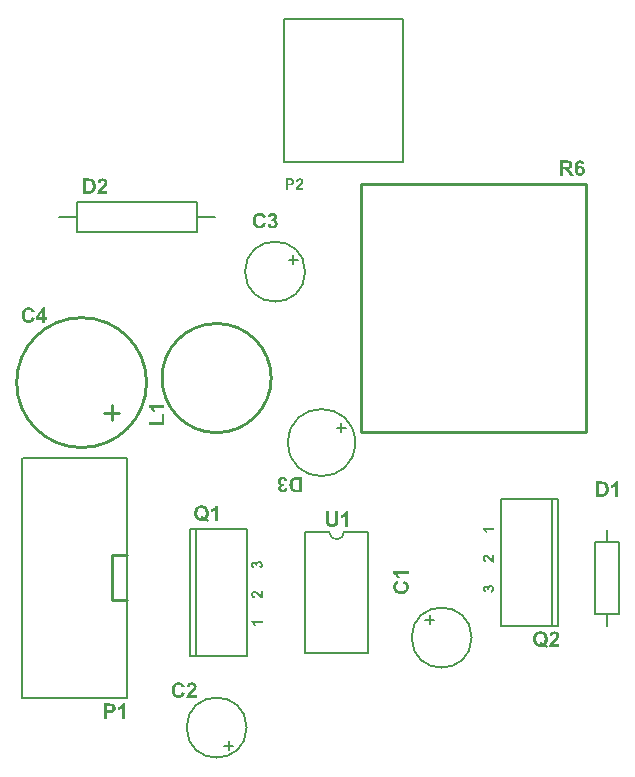
<source format=gto>
%FSLAX44Y44*%
%MOMM*%
G71*
G01*
G75*
%ADD10R,1.7780X1.1430*%
%ADD11R,1.1430X1.7780*%
%ADD12R,1.0700X2.1600*%
%ADD13C,1.2700*%
%ADD14C,0.6350*%
%ADD15C,0.5080*%
%ADD16C,1.5240*%
%ADD17C,2.5000*%
%ADD18C,1.8000*%
%ADD19C,2.4000*%
%ADD20O,2.0000X1.8000*%
%ADD21C,2.0000*%
%ADD22R,1.7000X2.0000*%
%ADD23O,1.7000X2.0000*%
%ADD24R,2.0000X1.8000*%
%ADD25C,3.0000*%
%ADD26R,1.8000X1.8000*%
%ADD27O,2.5000X3.0000*%
%ADD28C,6.0000*%
%ADD29C,0.1500*%
%ADD30C,0.2540*%
%ADD31C,0.2000*%
G36*
X176559Y448621D02*
X176754Y448602D01*
X176988Y448563D01*
X177242Y448524D01*
X177515Y448465D01*
X177827Y448387D01*
X178119Y448290D01*
X178451Y448192D01*
X178763Y448056D01*
X179075Y447880D01*
X179387Y447705D01*
X179680Y447490D01*
X179973Y447236D01*
X179992D01*
X180012Y447197D01*
X180109Y447080D01*
X180265Y446905D01*
X180460Y446632D01*
X180675Y446300D01*
X180909Y445910D01*
X181124Y445442D01*
X181299Y444895D01*
X178744Y444291D01*
Y444310D01*
X178724Y444330D01*
X178705Y444447D01*
X178627Y444622D01*
X178529Y444856D01*
X178412Y445110D01*
X178237Y445364D01*
X178041Y445617D01*
X177788Y445851D01*
X177749Y445871D01*
X177651Y445949D01*
X177515Y446046D01*
X177300Y446144D01*
X177047Y446261D01*
X176734Y446339D01*
X176403Y446417D01*
X176032Y446437D01*
X175896D01*
X175798Y446417D01*
X175681Y446398D01*
X175544Y446378D01*
X175213Y446300D01*
X174842Y446183D01*
X174452Y446007D01*
X174277Y445890D01*
X174081Y445754D01*
X173906Y445578D01*
X173730Y445403D01*
Y445383D01*
X173691Y445364D01*
X173652Y445286D01*
X173594Y445207D01*
X173535Y445090D01*
X173457Y444954D01*
X173379Y444798D01*
X173301Y444603D01*
X173204Y444388D01*
X173126Y444154D01*
X173048Y443881D01*
X172989Y443569D01*
X172931Y443257D01*
X172892Y442886D01*
X172872Y442496D01*
X172852Y442086D01*
Y442067D01*
Y441989D01*
Y441852D01*
X172872Y441696D01*
Y441482D01*
X172892Y441267D01*
X172931Y441013D01*
X172969Y440740D01*
X173067Y440175D01*
X173223Y439590D01*
X173321Y439316D01*
X173438Y439063D01*
X173555Y438829D01*
X173711Y438614D01*
X173730Y438595D01*
X173750Y438575D01*
X173867Y438458D01*
X174062Y438302D01*
X174315Y438107D01*
X174647Y437912D01*
X175037Y437756D01*
X175486Y437639D01*
X175720Y437619D01*
X175974Y437600D01*
X176071D01*
X176149Y437619D01*
X176344Y437639D01*
X176578Y437678D01*
X176871Y437756D01*
X177164Y437873D01*
X177456Y438029D01*
X177749Y438243D01*
X177788Y438283D01*
X177866Y438360D01*
X178002Y438536D01*
X178158Y438751D01*
X178334Y439043D01*
X178510Y439414D01*
X178685Y439824D01*
X178822Y440331D01*
X181338Y439551D01*
Y439531D01*
X181319Y439453D01*
X181280Y439355D01*
X181221Y439199D01*
X181163Y439024D01*
X181084Y438829D01*
X180987Y438595D01*
X180870Y438360D01*
X180616Y437853D01*
X180285Y437327D01*
X179875Y436839D01*
X179660Y436605D01*
X179407Y436410D01*
X179387Y436390D01*
X179348Y436371D01*
X179270Y436312D01*
X179173Y436254D01*
X179036Y436176D01*
X178880Y436098D01*
X178685Y436000D01*
X178471Y435903D01*
X178237Y435805D01*
X177983Y435708D01*
X177710Y435630D01*
X177417Y435551D01*
X177085Y435493D01*
X176754Y435434D01*
X176383Y435415D01*
X176013Y435395D01*
X175896D01*
X175759Y435415D01*
X175583D01*
X175369Y435454D01*
X175115Y435493D01*
X174842Y435532D01*
X174530Y435610D01*
X174198Y435708D01*
X173867Y435825D01*
X173516Y435961D01*
X173165Y436137D01*
X172813Y436332D01*
X172462Y436566D01*
X172131Y436819D01*
X171819Y437132D01*
X171799Y437151D01*
X171741Y437210D01*
X171663Y437307D01*
X171565Y437444D01*
X171448Y437619D01*
X171292Y437834D01*
X171155Y438087D01*
X170999Y438380D01*
X170843Y438692D01*
X170707Y439063D01*
X170570Y439453D01*
X170434Y439882D01*
X170336Y440331D01*
X170258Y440818D01*
X170200Y441345D01*
X170180Y441891D01*
Y441930D01*
Y442028D01*
X170200Y442203D01*
Y442418D01*
X170238Y442691D01*
X170258Y443003D01*
X170317Y443335D01*
X170395Y443705D01*
X170473Y444115D01*
X170590Y444505D01*
X170707Y444934D01*
X170863Y445344D01*
X171058Y445754D01*
X171272Y446144D01*
X171526Y446515D01*
X171819Y446866D01*
X171838Y446885D01*
X171897Y446944D01*
X171994Y447022D01*
X172111Y447139D01*
X172287Y447275D01*
X172482Y447431D01*
X172716Y447587D01*
X172989Y447763D01*
X173282Y447919D01*
X173613Y448075D01*
X173964Y448231D01*
X174354Y448368D01*
X174764Y448485D01*
X175213Y448563D01*
X175681Y448621D01*
X176169Y448641D01*
X176403D01*
X176559Y448621D01*
D02*
G37*
G36*
X-5366Y360321D02*
X-3786D01*
Y358175D01*
X-5366D01*
Y355600D01*
X-7746D01*
Y358175D01*
X-12993D01*
Y360301D01*
X-7434Y368455D01*
X-5366D01*
Y360321D01*
D02*
G37*
G36*
X187346Y448446D02*
X187502Y448426D01*
X187678Y448407D01*
X187892Y448368D01*
X188107Y448329D01*
X188556Y448173D01*
X188809Y448095D01*
X189044Y447978D01*
X189277Y447841D01*
X189531Y447685D01*
X189746Y447509D01*
X189960Y447295D01*
X189980Y447275D01*
X189999Y447256D01*
X190038Y447197D01*
X190097Y447139D01*
X190253Y446944D01*
X190429Y446671D01*
X190585Y446358D01*
X190741Y446007D01*
X190838Y445598D01*
X190877Y445383D01*
Y445168D01*
Y445149D01*
Y445090D01*
X190858Y445013D01*
Y444895D01*
X190819Y444739D01*
X190780Y444583D01*
X190721Y444408D01*
X190643Y444213D01*
X190546Y443998D01*
X190429Y443783D01*
X190272Y443549D01*
X190097Y443335D01*
X189882Y443101D01*
X189629Y442886D01*
X189356Y442672D01*
X189024Y442477D01*
X189044D01*
X189083Y442457D01*
X189121D01*
X189200Y442438D01*
X189414Y442360D01*
X189648Y442262D01*
X189941Y442125D01*
X190233Y441930D01*
X190506Y441696D01*
X190780Y441423D01*
X190799Y441384D01*
X190877Y441287D01*
X190994Y441111D01*
X191111Y440877D01*
X191228Y440584D01*
X191345Y440233D01*
X191423Y439863D01*
X191443Y439433D01*
Y439414D01*
Y439355D01*
Y439277D01*
X191423Y439160D01*
X191404Y439004D01*
X191384Y438848D01*
X191345Y438653D01*
X191287Y438438D01*
X191131Y437990D01*
X191033Y437756D01*
X190916Y437522D01*
X190780Y437268D01*
X190604Y437034D01*
X190409Y436800D01*
X190194Y436566D01*
X190175Y436546D01*
X190136Y436507D01*
X190077Y436449D01*
X189980Y436390D01*
X189863Y436293D01*
X189707Y436195D01*
X189551Y436078D01*
X189356Y435981D01*
X189141Y435864D01*
X188907Y435747D01*
X188653Y435649D01*
X188380Y435571D01*
X188088Y435493D01*
X187795Y435434D01*
X187463Y435395D01*
X187132Y435376D01*
X186956D01*
X186839Y435395D01*
X186683Y435415D01*
X186507Y435434D01*
X186313Y435454D01*
X186117Y435493D01*
X185649Y435610D01*
X185161Y435805D01*
X184927Y435903D01*
X184674Y436039D01*
X184440Y436195D01*
X184225Y436371D01*
X184206Y436390D01*
X184186Y436410D01*
X184128Y436468D01*
X184050Y436546D01*
X183952Y436644D01*
X183855Y436780D01*
X183757Y436917D01*
X183640Y437073D01*
X183406Y437444D01*
X183191Y437892D01*
X183016Y438400D01*
X182957Y438692D01*
X182918Y438985D01*
X185298Y439277D01*
Y439258D01*
Y439238D01*
X185318Y439121D01*
X185357Y438965D01*
X185415Y438751D01*
X185493Y438536D01*
X185591Y438302D01*
X185727Y438068D01*
X185903Y437873D01*
X185922Y437853D01*
X186000Y437795D01*
X186098Y437717D01*
X186254Y437639D01*
X186430Y437561D01*
X186625Y437483D01*
X186859Y437424D01*
X187112Y437405D01*
X187249D01*
X187385Y437444D01*
X187561Y437483D01*
X187756Y437541D01*
X187971Y437639D01*
X188185Y437775D01*
X188400Y437970D01*
X188419Y437990D01*
X188478Y438087D01*
X188575Y438204D01*
X188673Y438380D01*
X188751Y438614D01*
X188848Y438887D01*
X188907Y439199D01*
X188926Y439551D01*
Y439570D01*
Y439590D01*
Y439706D01*
X188907Y439882D01*
X188868Y440097D01*
X188809Y440331D01*
X188712Y440565D01*
X188595Y440818D01*
X188419Y441033D01*
X188400Y441053D01*
X188322Y441111D01*
X188224Y441209D01*
X188068Y441306D01*
X187892Y441404D01*
X187678Y441501D01*
X187444Y441560D01*
X187190Y441579D01*
X187015D01*
X186878Y441560D01*
X186722Y441540D01*
X186527Y441501D01*
X186313Y441443D01*
X186078Y441384D01*
X186352Y443374D01*
X186507D01*
X186703Y443393D01*
X186917Y443413D01*
X187151Y443452D01*
X187405Y443530D01*
X187659Y443647D01*
X187873Y443783D01*
X187892Y443803D01*
X187951Y443862D01*
X188049Y443979D01*
X188146Y444115D01*
X188244Y444291D01*
X188341Y444505D01*
X188400Y444739D01*
X188419Y445013D01*
Y445032D01*
Y445130D01*
X188400Y445247D01*
X188380Y445383D01*
X188322Y445539D01*
X188263Y445715D01*
X188166Y445890D01*
X188029Y446046D01*
X188010Y446066D01*
X187951Y446105D01*
X187873Y446163D01*
X187756Y446241D01*
X187600Y446320D01*
X187424Y446378D01*
X187210Y446417D01*
X186976Y446437D01*
X186878D01*
X186761Y446417D01*
X186605Y446378D01*
X186430Y446320D01*
X186254Y446241D01*
X186059Y446144D01*
X185883Y445988D01*
X185864Y445968D01*
X185805Y445910D01*
X185747Y445812D01*
X185649Y445676D01*
X185552Y445481D01*
X185474Y445266D01*
X185396Y445013D01*
X185357Y444720D01*
X183094Y445090D01*
Y445110D01*
X183113Y445149D01*
Y445207D01*
X183133Y445286D01*
X183191Y445500D01*
X183269Y445773D01*
X183367Y446066D01*
X183484Y446378D01*
X183640Y446690D01*
X183796Y446963D01*
X183815Y447002D01*
X183894Y447080D01*
X183991Y447197D01*
X184147Y447373D01*
X184342Y447548D01*
X184557Y447724D01*
X184830Y447900D01*
X185123Y448056D01*
X185142D01*
X185161Y448075D01*
X185279Y448114D01*
X185454Y448192D01*
X185688Y448270D01*
X185981Y448329D01*
X186293Y448407D01*
X186664Y448446D01*
X187054Y448465D01*
X187229D01*
X187346Y448446D01*
D02*
G37*
G36*
X118961Y50936D02*
X119117Y50916D01*
X119312Y50897D01*
X119508Y50877D01*
X119742Y50819D01*
X120210Y50702D01*
X120717Y50526D01*
X120951Y50409D01*
X121205Y50272D01*
X121419Y50097D01*
X121634Y49921D01*
X121653Y49902D01*
X121673Y49882D01*
X121731Y49824D01*
X121810Y49746D01*
X121888Y49648D01*
X121985Y49512D01*
X122180Y49219D01*
X122375Y48849D01*
X122551Y48419D01*
X122687Y47932D01*
X122707Y47659D01*
X122726Y47385D01*
Y47346D01*
Y47249D01*
X122707Y47073D01*
X122687Y46859D01*
X122648Y46605D01*
X122590Y46332D01*
X122512Y46020D01*
X122414Y45727D01*
X122395Y45688D01*
X122356Y45591D01*
X122278Y45435D01*
X122180Y45240D01*
X122044Y44986D01*
X121868Y44713D01*
X121653Y44420D01*
X121419Y44108D01*
X121400Y44089D01*
X121341Y44011D01*
X121224Y43874D01*
X121049Y43699D01*
X120834Y43464D01*
X120541Y43172D01*
X120210Y42840D01*
X119800Y42470D01*
X119781Y42450D01*
X119742Y42431D01*
X119683Y42372D01*
X119625Y42294D01*
X119430Y42119D01*
X119195Y41884D01*
X118942Y41650D01*
X118708Y41416D01*
X118493Y41202D01*
X118415Y41124D01*
X118337Y41046D01*
X118318Y41026D01*
X118279Y40987D01*
X118220Y40929D01*
X118162Y40831D01*
X117986Y40636D01*
X117830Y40382D01*
X122726D01*
Y38100D01*
X114124D01*
Y38119D01*
Y38159D01*
X114143Y38237D01*
X114163Y38315D01*
X114182Y38432D01*
X114202Y38568D01*
X114280Y38880D01*
X114377Y39270D01*
X114533Y39680D01*
X114709Y40109D01*
X114943Y40538D01*
Y40558D01*
X114982Y40597D01*
X115021Y40655D01*
X115079Y40753D01*
X115177Y40870D01*
X115274Y41007D01*
X115411Y41182D01*
X115548Y41358D01*
X115723Y41572D01*
X115938Y41806D01*
X116152Y42060D01*
X116406Y42333D01*
X116699Y42626D01*
X116991Y42938D01*
X117342Y43269D01*
X117713Y43621D01*
X117732Y43640D01*
X117791Y43679D01*
X117869Y43777D01*
X117986Y43874D01*
X118103Y43991D01*
X118259Y44147D01*
X118591Y44459D01*
X118942Y44811D01*
X119274Y45162D01*
X119430Y45318D01*
X119566Y45454D01*
X119683Y45591D01*
X119761Y45708D01*
X119781Y45747D01*
X119839Y45844D01*
X119917Y45981D01*
X120015Y46176D01*
X120112Y46410D01*
X120190Y46664D01*
X120249Y46937D01*
X120268Y47210D01*
Y47249D01*
Y47346D01*
X120249Y47502D01*
X120210Y47678D01*
X120151Y47873D01*
X120073Y48088D01*
X119976Y48302D01*
X119820Y48478D01*
X119800Y48497D01*
X119742Y48556D01*
X119644Y48614D01*
X119508Y48712D01*
X119332Y48790D01*
X119117Y48849D01*
X118864Y48907D01*
X118591Y48927D01*
X118474D01*
X118318Y48907D01*
X118162Y48868D01*
X117966Y48809D01*
X117752Y48731D01*
X117557Y48614D01*
X117362Y48458D01*
X117342Y48439D01*
X117284Y48361D01*
X117225Y48263D01*
X117128Y48088D01*
X117050Y47873D01*
X116952Y47620D01*
X116894Y47288D01*
X116855Y46917D01*
X114416Y47151D01*
Y47171D01*
X114436Y47249D01*
Y47346D01*
X114475Y47483D01*
X114494Y47659D01*
X114553Y47834D01*
X114592Y48049D01*
X114670Y48283D01*
X114845Y48751D01*
X115079Y49239D01*
X115236Y49473D01*
X115392Y49687D01*
X115587Y49882D01*
X115782Y50058D01*
X115801Y50077D01*
X115840Y50097D01*
X115899Y50136D01*
X115996Y50195D01*
X116094Y50272D01*
X116230Y50350D01*
X116386Y50429D01*
X116581Y50507D01*
X116777Y50585D01*
X116991Y50663D01*
X117479Y50819D01*
X118025Y50916D01*
X118337Y50955D01*
X118825D01*
X118961Y50936D01*
D02*
G37*
G36*
X107979Y51111D02*
X108174Y51092D01*
X108408Y51053D01*
X108662Y51014D01*
X108935Y50955D01*
X109247Y50877D01*
X109539Y50780D01*
X109871Y50682D01*
X110183Y50546D01*
X110495Y50370D01*
X110807Y50195D01*
X111100Y49980D01*
X111393Y49726D01*
X111412D01*
X111432Y49687D01*
X111529Y49570D01*
X111685Y49395D01*
X111880Y49122D01*
X112095Y48790D01*
X112329Y48400D01*
X112543Y47932D01*
X112719Y47385D01*
X110164Y46781D01*
Y46800D01*
X110144Y46820D01*
X110125Y46937D01*
X110047Y47112D01*
X109949Y47346D01*
X109832Y47600D01*
X109656Y47854D01*
X109461Y48107D01*
X109208Y48341D01*
X109169Y48361D01*
X109071Y48439D01*
X108935Y48536D01*
X108720Y48634D01*
X108467Y48751D01*
X108154Y48829D01*
X107823Y48907D01*
X107452Y48927D01*
X107316D01*
X107218Y48907D01*
X107101Y48888D01*
X106965Y48868D01*
X106633Y48790D01*
X106262Y48673D01*
X105872Y48497D01*
X105696Y48380D01*
X105501Y48244D01*
X105326Y48068D01*
X105150Y47893D01*
Y47873D01*
X105111Y47854D01*
X105072Y47776D01*
X105014Y47698D01*
X104955Y47580D01*
X104877Y47444D01*
X104799Y47288D01*
X104721Y47093D01*
X104624Y46878D01*
X104546Y46644D01*
X104468Y46371D01*
X104409Y46059D01*
X104351Y45747D01*
X104312Y45376D01*
X104292Y44986D01*
X104272Y44576D01*
Y44557D01*
Y44479D01*
Y44342D01*
X104292Y44186D01*
Y43972D01*
X104312Y43757D01*
X104351Y43503D01*
X104389Y43230D01*
X104487Y42665D01*
X104643Y42080D01*
X104741Y41806D01*
X104858Y41553D01*
X104975Y41319D01*
X105131Y41104D01*
X105150Y41085D01*
X105170Y41065D01*
X105287Y40948D01*
X105482Y40792D01*
X105736Y40597D01*
X106067Y40402D01*
X106457Y40246D01*
X106906Y40129D01*
X107140Y40109D01*
X107394Y40090D01*
X107491D01*
X107569Y40109D01*
X107764Y40129D01*
X107998Y40168D01*
X108291Y40246D01*
X108584Y40363D01*
X108876Y40519D01*
X109169Y40733D01*
X109208Y40773D01*
X109286Y40851D01*
X109422Y41026D01*
X109578Y41241D01*
X109754Y41533D01*
X109930Y41904D01*
X110105Y42314D01*
X110242Y42821D01*
X112758Y42041D01*
Y42021D01*
X112739Y41943D01*
X112700Y41845D01*
X112641Y41689D01*
X112583Y41514D01*
X112505Y41319D01*
X112407Y41085D01*
X112290Y40851D01*
X112036Y40343D01*
X111705Y39817D01*
X111295Y39329D01*
X111081Y39095D01*
X110827Y38900D01*
X110807Y38880D01*
X110768Y38861D01*
X110690Y38802D01*
X110593Y38744D01*
X110456Y38666D01*
X110300Y38588D01*
X110105Y38490D01*
X109891Y38393D01*
X109656Y38295D01*
X109403Y38198D01*
X109130Y38119D01*
X108837Y38042D01*
X108505Y37983D01*
X108174Y37924D01*
X107803Y37905D01*
X107433Y37885D01*
X107316D01*
X107179Y37905D01*
X107003D01*
X106789Y37944D01*
X106535Y37983D01*
X106262Y38022D01*
X105950Y38100D01*
X105618Y38198D01*
X105287Y38315D01*
X104936Y38451D01*
X104585Y38627D01*
X104234Y38822D01*
X103882Y39056D01*
X103551Y39309D01*
X103239Y39622D01*
X103219Y39641D01*
X103161Y39700D01*
X103083Y39797D01*
X102985Y39934D01*
X102868Y40109D01*
X102712Y40324D01*
X102575Y40577D01*
X102419Y40870D01*
X102263Y41182D01*
X102127Y41553D01*
X101990Y41943D01*
X101854Y42372D01*
X101756Y42821D01*
X101678Y43308D01*
X101620Y43835D01*
X101600Y44381D01*
Y44420D01*
Y44518D01*
X101620Y44693D01*
Y44908D01*
X101658Y45181D01*
X101678Y45493D01*
X101737Y45825D01*
X101815Y46196D01*
X101893Y46605D01*
X102010Y46995D01*
X102127Y47424D01*
X102283Y47834D01*
X102478Y48244D01*
X102692Y48634D01*
X102946Y49005D01*
X103239Y49356D01*
X103258Y49375D01*
X103317Y49434D01*
X103414Y49512D01*
X103531Y49629D01*
X103707Y49765D01*
X103902Y49921D01*
X104136Y50077D01*
X104409Y50253D01*
X104702Y50409D01*
X105033Y50565D01*
X105384Y50721D01*
X105774Y50858D01*
X106184Y50975D01*
X106633Y51053D01*
X107101Y51111D01*
X107589Y51131D01*
X107823D01*
X107979Y51111D01*
D02*
G37*
G36*
X31917Y477617D02*
X32269Y477597D01*
X32678Y477578D01*
X33068Y477539D01*
X33458Y477461D01*
X33810Y477383D01*
X33829D01*
X33868Y477363D01*
X33927Y477344D01*
X34005Y477324D01*
X34200Y477227D01*
X34473Y477109D01*
X34766Y476954D01*
X35078Y476739D01*
X35409Y476485D01*
X35721Y476193D01*
X35741D01*
X35760Y476154D01*
X35858Y476037D01*
X35994Y475861D01*
X36189Y475627D01*
X36385Y475315D01*
X36580Y474964D01*
X36775Y474574D01*
X36950Y474125D01*
Y474105D01*
X36970Y474066D01*
X36989Y474008D01*
X37009Y473910D01*
X37048Y473793D01*
X37087Y473637D01*
X37126Y473481D01*
X37165Y473286D01*
X37204Y473072D01*
X37243Y472857D01*
X37321Y472330D01*
X37360Y471745D01*
X37380Y471101D01*
Y471082D01*
Y471023D01*
Y470945D01*
Y470828D01*
X37360Y470692D01*
Y470536D01*
X37321Y470165D01*
X37282Y469736D01*
X37204Y469287D01*
X37106Y468819D01*
X36970Y468370D01*
Y468351D01*
X36950Y468312D01*
X36931Y468234D01*
X36892Y468136D01*
X36833Y468019D01*
X36775Y467883D01*
X36619Y467570D01*
X36424Y467200D01*
X36189Y466829D01*
X35916Y466459D01*
X35604Y466107D01*
X35565Y466088D01*
X35487Y465990D01*
X35331Y465873D01*
X35136Y465737D01*
X34863Y465561D01*
X34551Y465386D01*
X34200Y465230D01*
X33790Y465074D01*
X33751Y465054D01*
X33634Y465035D01*
X33458Y464996D01*
X33185Y464957D01*
X32873Y464898D01*
X32483Y464859D01*
X32015Y464840D01*
X31508Y464820D01*
X26670D01*
Y477636D01*
X31761D01*
X31917Y477617D01*
D02*
G37*
G36*
X43563Y477656D02*
X43719Y477636D01*
X43914Y477617D01*
X44109Y477597D01*
X44344Y477539D01*
X44812Y477422D01*
X45319Y477246D01*
X45553Y477129D01*
X45807Y476992D01*
X46021Y476817D01*
X46236Y476641D01*
X46255Y476622D01*
X46275Y476602D01*
X46333Y476544D01*
X46411Y476466D01*
X46489Y476368D01*
X46587Y476232D01*
X46782Y475939D01*
X46977Y475569D01*
X47153Y475139D01*
X47289Y474652D01*
X47309Y474379D01*
X47328Y474105D01*
Y474066D01*
Y473969D01*
X47309Y473793D01*
X47289Y473579D01*
X47250Y473325D01*
X47192Y473052D01*
X47113Y472740D01*
X47016Y472447D01*
X46996Y472408D01*
X46958Y472311D01*
X46880Y472155D01*
X46782Y471960D01*
X46645Y471706D01*
X46470Y471433D01*
X46255Y471140D01*
X46021Y470828D01*
X46002Y470809D01*
X45943Y470731D01*
X45826Y470594D01*
X45651Y470419D01*
X45436Y470185D01*
X45143Y469892D01*
X44812Y469560D01*
X44402Y469190D01*
X44383Y469170D01*
X44344Y469151D01*
X44285Y469092D01*
X44226Y469014D01*
X44031Y468839D01*
X43797Y468604D01*
X43544Y468370D01*
X43310Y468136D01*
X43095Y467922D01*
X43017Y467844D01*
X42939Y467766D01*
X42920Y467746D01*
X42881Y467707D01*
X42822Y467649D01*
X42763Y467551D01*
X42588Y467356D01*
X42432Y467102D01*
X47328D01*
Y464820D01*
X38725D01*
Y464840D01*
Y464879D01*
X38745Y464957D01*
X38765Y465035D01*
X38784Y465152D01*
X38804Y465288D01*
X38881Y465600D01*
X38979Y465990D01*
X39135Y466400D01*
X39311Y466829D01*
X39545Y467258D01*
Y467278D01*
X39584Y467317D01*
X39623Y467375D01*
X39681Y467473D01*
X39779Y467590D01*
X39876Y467727D01*
X40013Y467902D01*
X40149Y468078D01*
X40325Y468292D01*
X40540Y468526D01*
X40754Y468780D01*
X41008Y469053D01*
X41300Y469346D01*
X41593Y469658D01*
X41944Y469989D01*
X42315Y470340D01*
X42334Y470360D01*
X42393Y470399D01*
X42471Y470497D01*
X42588Y470594D01*
X42705Y470711D01*
X42861Y470867D01*
X43193Y471179D01*
X43544Y471530D01*
X43875Y471882D01*
X44031Y472038D01*
X44168Y472174D01*
X44285Y472311D01*
X44363Y472428D01*
X44383Y472467D01*
X44441Y472564D01*
X44519Y472701D01*
X44617Y472896D01*
X44714Y473130D01*
X44792Y473384D01*
X44851Y473657D01*
X44870Y473930D01*
Y473969D01*
Y474066D01*
X44851Y474222D01*
X44812Y474398D01*
X44753Y474593D01*
X44675Y474808D01*
X44578Y475022D01*
X44422Y475198D01*
X44402Y475217D01*
X44344Y475276D01*
X44246Y475334D01*
X44109Y475432D01*
X43934Y475510D01*
X43719Y475569D01*
X43466Y475627D01*
X43193Y475647D01*
X43076D01*
X42920Y475627D01*
X42763Y475588D01*
X42568Y475530D01*
X42354Y475451D01*
X42159Y475334D01*
X41964Y475178D01*
X41944Y475159D01*
X41886Y475081D01*
X41827Y474983D01*
X41730Y474808D01*
X41652Y474593D01*
X41554Y474339D01*
X41495Y474008D01*
X41456Y473637D01*
X39018Y473871D01*
Y473891D01*
X39038Y473969D01*
Y474066D01*
X39077Y474203D01*
X39096Y474379D01*
X39155Y474554D01*
X39194Y474769D01*
X39272Y475003D01*
X39447Y475471D01*
X39681Y475959D01*
X39837Y476193D01*
X39993Y476407D01*
X40188Y476602D01*
X40384Y476778D01*
X40403Y476797D01*
X40442Y476817D01*
X40501Y476856D01*
X40598Y476914D01*
X40696Y476992D01*
X40832Y477071D01*
X40988Y477149D01*
X41183Y477227D01*
X41378Y477305D01*
X41593Y477383D01*
X42081Y477539D01*
X42627Y477636D01*
X42939Y477675D01*
X43427D01*
X43563Y477656D01*
D02*
G37*
G36*
X479678Y208280D02*
X477220D01*
Y217526D01*
X477201Y217507D01*
X477162Y217468D01*
X477084Y217409D01*
X476986Y217312D01*
X476850Y217214D01*
X476694Y217097D01*
X476518Y216961D01*
X476304Y216824D01*
X476089Y216668D01*
X475835Y216512D01*
X475309Y216219D01*
X474704Y215927D01*
X474041Y215673D01*
Y217897D01*
X474060D01*
X474080Y217917D01*
X474138Y217936D01*
X474216Y217956D01*
X474411Y218034D01*
X474665Y218170D01*
X474977Y218326D01*
X475328Y218541D01*
X475718Y218775D01*
X476128Y219087D01*
X476148Y219107D01*
X476187Y219126D01*
X476245Y219184D01*
X476304Y219243D01*
X476499Y219419D01*
X476752Y219672D01*
X477006Y219965D01*
X477259Y220316D01*
X477494Y220706D01*
X477669Y221135D01*
X479678D01*
Y208280D01*
D02*
G37*
G36*
X-19021Y368611D02*
X-18826Y368592D01*
X-18592Y368553D01*
X-18338Y368514D01*
X-18065Y368455D01*
X-17753Y368377D01*
X-17461Y368280D01*
X-17129Y368182D01*
X-16817Y368046D01*
X-16505Y367870D01*
X-16193Y367695D01*
X-15900Y367480D01*
X-15607Y367226D01*
X-15588D01*
X-15568Y367187D01*
X-15471Y367070D01*
X-15315Y366895D01*
X-15120Y366622D01*
X-14905Y366290D01*
X-14671Y365900D01*
X-14456Y365432D01*
X-14281Y364885D01*
X-16836Y364281D01*
Y364300D01*
X-16856Y364320D01*
X-16875Y364437D01*
X-16953Y364612D01*
X-17051Y364846D01*
X-17168Y365100D01*
X-17343Y365354D01*
X-17539Y365607D01*
X-17792Y365841D01*
X-17831Y365861D01*
X-17929Y365939D01*
X-18065Y366036D01*
X-18280Y366134D01*
X-18534Y366251D01*
X-18846Y366329D01*
X-19177Y366407D01*
X-19548Y366427D01*
X-19684D01*
X-19782Y366407D01*
X-19899Y366387D01*
X-20036Y366368D01*
X-20367Y366290D01*
X-20738Y366173D01*
X-21128Y365997D01*
X-21304Y365880D01*
X-21499Y365744D01*
X-21674Y365568D01*
X-21850Y365393D01*
Y365373D01*
X-21889Y365354D01*
X-21928Y365276D01*
X-21986Y365197D01*
X-22045Y365080D01*
X-22123Y364944D01*
X-22201Y364788D01*
X-22279Y364593D01*
X-22376Y364378D01*
X-22454Y364144D01*
X-22532Y363871D01*
X-22591Y363559D01*
X-22650Y363247D01*
X-22689Y362876D01*
X-22708Y362486D01*
X-22727Y362076D01*
Y362057D01*
Y361979D01*
Y361842D01*
X-22708Y361686D01*
Y361472D01*
X-22689Y361257D01*
X-22650Y361003D01*
X-22610Y360730D01*
X-22513Y360165D01*
X-22357Y359580D01*
X-22259Y359306D01*
X-22142Y359053D01*
X-22025Y358819D01*
X-21869Y358604D01*
X-21850Y358585D01*
X-21830Y358565D01*
X-21713Y358448D01*
X-21518Y358292D01*
X-21265Y358097D01*
X-20933Y357902D01*
X-20543Y357746D01*
X-20094Y357629D01*
X-19860Y357609D01*
X-19606Y357590D01*
X-19509D01*
X-19431Y357609D01*
X-19236Y357629D01*
X-19002Y357668D01*
X-18709Y357746D01*
X-18416Y357863D01*
X-18124Y358019D01*
X-17831Y358233D01*
X-17792Y358273D01*
X-17714Y358350D01*
X-17578Y358526D01*
X-17422Y358741D01*
X-17246Y359033D01*
X-17070Y359404D01*
X-16895Y359814D01*
X-16758Y360321D01*
X-14242Y359540D01*
Y359521D01*
X-14261Y359443D01*
X-14300Y359345D01*
X-14359Y359189D01*
X-14417Y359014D01*
X-14496Y358819D01*
X-14593Y358585D01*
X-14710Y358350D01*
X-14964Y357843D01*
X-15295Y357317D01*
X-15705Y356829D01*
X-15920Y356595D01*
X-16173Y356400D01*
X-16193Y356380D01*
X-16232Y356361D01*
X-16310Y356302D01*
X-16407Y356244D01*
X-16544Y356166D01*
X-16700Y356088D01*
X-16895Y355990D01*
X-17109Y355893D01*
X-17343Y355795D01*
X-17597Y355698D01*
X-17870Y355620D01*
X-18163Y355541D01*
X-18494Y355483D01*
X-18826Y355424D01*
X-19197Y355405D01*
X-19567Y355385D01*
X-19684D01*
X-19821Y355405D01*
X-19997D01*
X-20211Y355444D01*
X-20465Y355483D01*
X-20738Y355522D01*
X-21050Y355600D01*
X-21381Y355698D01*
X-21713Y355815D01*
X-22064Y355951D01*
X-22415Y356127D01*
X-22766Y356322D01*
X-23118Y356556D01*
X-23449Y356809D01*
X-23761Y357122D01*
X-23781Y357141D01*
X-23839Y357200D01*
X-23918Y357297D01*
X-24015Y357434D01*
X-24132Y357609D01*
X-24288Y357824D01*
X-24425Y358077D01*
X-24581Y358370D01*
X-24737Y358682D01*
X-24873Y359053D01*
X-25010Y359443D01*
X-25146Y359872D01*
X-25244Y360321D01*
X-25322Y360808D01*
X-25380Y361335D01*
X-25400Y361881D01*
Y361920D01*
Y362018D01*
X-25380Y362193D01*
Y362408D01*
X-25341Y362681D01*
X-25322Y362993D01*
X-25263Y363325D01*
X-25185Y363695D01*
X-25107Y364105D01*
X-24990Y364495D01*
X-24873Y364924D01*
X-24717Y365334D01*
X-24522Y365744D01*
X-24308Y366134D01*
X-24054Y366505D01*
X-23761Y366856D01*
X-23742Y366875D01*
X-23683Y366934D01*
X-23586Y367012D01*
X-23469Y367129D01*
X-23293Y367265D01*
X-23098Y367421D01*
X-22864Y367577D01*
X-22591Y367753D01*
X-22298Y367909D01*
X-21967Y368065D01*
X-21616Y368221D01*
X-21226Y368358D01*
X-20816Y368475D01*
X-20367Y368553D01*
X-19899Y368611D01*
X-19411Y368631D01*
X-19177D01*
X-19021Y368611D01*
D02*
G37*
G36*
X466257Y221077D02*
X466609Y221057D01*
X467018Y221038D01*
X467408Y220999D01*
X467799Y220921D01*
X468150Y220843D01*
X468169D01*
X468208Y220823D01*
X468267Y220804D01*
X468345Y220784D01*
X468540Y220687D01*
X468813Y220569D01*
X469105Y220413D01*
X469418Y220199D01*
X469749Y219945D01*
X470061Y219653D01*
X470081D01*
X470100Y219614D01*
X470198Y219497D01*
X470334Y219321D01*
X470530Y219087D01*
X470725Y218775D01*
X470920Y218424D01*
X471115Y218034D01*
X471290Y217585D01*
Y217565D01*
X471310Y217526D01*
X471329Y217468D01*
X471349Y217370D01*
X471388Y217253D01*
X471427Y217097D01*
X471466Y216941D01*
X471505Y216746D01*
X471544Y216532D01*
X471583Y216317D01*
X471661Y215790D01*
X471700Y215205D01*
X471720Y214561D01*
Y214542D01*
Y214483D01*
Y214405D01*
Y214288D01*
X471700Y214152D01*
Y213996D01*
X471661Y213625D01*
X471622Y213196D01*
X471544Y212747D01*
X471446Y212279D01*
X471310Y211830D01*
Y211811D01*
X471290Y211772D01*
X471271Y211694D01*
X471232Y211596D01*
X471173Y211479D01*
X471115Y211343D01*
X470959Y211031D01*
X470764Y210660D01*
X470530Y210289D01*
X470256Y209919D01*
X469944Y209568D01*
X469905Y209548D01*
X469827Y209450D01*
X469671Y209333D01*
X469476Y209197D01*
X469203Y209021D01*
X468891Y208846D01*
X468540Y208690D01*
X468130Y208534D01*
X468091Y208514D01*
X467974Y208495D01*
X467799Y208456D01*
X467525Y208417D01*
X467213Y208358D01*
X466823Y208319D01*
X466355Y208300D01*
X465848Y208280D01*
X461010D01*
Y221096D01*
X466101D01*
X466257Y221077D01*
D02*
G37*
G36*
X178600Y101485D02*
X171665D01*
X171680Y101470D01*
X171709Y101441D01*
X171753Y101382D01*
X171826Y101309D01*
X171899Y101207D01*
X171987Y101090D01*
X172090Y100958D01*
X172192Y100797D01*
X172309Y100636D01*
X172426Y100446D01*
X172645Y100051D01*
X172865Y99597D01*
X173055Y99100D01*
X171387D01*
Y99115D01*
X171373Y99129D01*
X171358Y99173D01*
X171343Y99232D01*
X171285Y99378D01*
X171182Y99568D01*
X171065Y99802D01*
X170905Y100066D01*
X170729Y100358D01*
X170495Y100665D01*
X170480Y100680D01*
X170466Y100709D01*
X170422Y100753D01*
X170378Y100797D01*
X170246Y100943D01*
X170056Y101134D01*
X169837Y101324D01*
X169573Y101514D01*
X169280Y101690D01*
X168959Y101821D01*
Y103328D01*
X178600D01*
Y101485D01*
D02*
G37*
G36*
X178600Y122000D02*
X178556D01*
X178498Y122015D01*
X178439Y122029D01*
X178351Y122044D01*
X178249Y122058D01*
X178015Y122117D01*
X177722Y122190D01*
X177415Y122307D01*
X177093Y122439D01*
X176771Y122614D01*
X176757D01*
X176727Y122644D01*
X176684Y122673D01*
X176610Y122717D01*
X176523Y122790D01*
X176420Y122863D01*
X176289Y122966D01*
X176157Y123068D01*
X175996Y123200D01*
X175820Y123361D01*
X175630Y123522D01*
X175425Y123712D01*
X175206Y123931D01*
X174972Y124151D01*
X174723Y124414D01*
X174460Y124692D01*
X174445Y124707D01*
X174416Y124750D01*
X174343Y124809D01*
X174270Y124897D01*
X174182Y124985D01*
X174065Y125102D01*
X173831Y125350D01*
X173567Y125614D01*
X173304Y125862D01*
X173187Y125979D01*
X173084Y126082D01*
X172982Y126170D01*
X172894Y126228D01*
X172865Y126243D01*
X172792Y126287D01*
X172689Y126345D01*
X172543Y126418D01*
X172367Y126491D01*
X172177Y126550D01*
X171973Y126594D01*
X171768Y126609D01*
X171665D01*
X171548Y126594D01*
X171417Y126565D01*
X171270Y126521D01*
X171109Y126462D01*
X170948Y126389D01*
X170817Y126272D01*
X170802Y126257D01*
X170758Y126214D01*
X170714Y126140D01*
X170641Y126038D01*
X170583Y125906D01*
X170539Y125745D01*
X170495Y125555D01*
X170480Y125350D01*
Y125321D01*
Y125263D01*
X170495Y125146D01*
X170524Y125028D01*
X170568Y124882D01*
X170627Y124721D01*
X170714Y124575D01*
X170831Y124429D01*
X170846Y124414D01*
X170905Y124370D01*
X170978Y124326D01*
X171109Y124253D01*
X171270Y124195D01*
X171460Y124121D01*
X171709Y124078D01*
X171987Y124048D01*
X171812Y122219D01*
X171797D01*
X171738Y122234D01*
X171665D01*
X171563Y122263D01*
X171431Y122278D01*
X171299Y122322D01*
X171139Y122351D01*
X170963Y122410D01*
X170612Y122541D01*
X170246Y122717D01*
X170071Y122834D01*
X169910Y122951D01*
X169763Y123097D01*
X169632Y123244D01*
X169617Y123258D01*
X169602Y123287D01*
X169573Y123331D01*
X169529Y123405D01*
X169471Y123478D01*
X169412Y123580D01*
X169354Y123697D01*
X169295Y123843D01*
X169237Y123990D01*
X169178Y124151D01*
X169061Y124516D01*
X168988Y124926D01*
X168959Y125160D01*
Y125394D01*
Y125409D01*
Y125453D01*
Y125526D01*
X168973Y125628D01*
X168988Y125745D01*
X169003Y125892D01*
X169017Y126038D01*
X169061Y126214D01*
X169149Y126565D01*
X169280Y126945D01*
X169368Y127121D01*
X169471Y127311D01*
X169602Y127472D01*
X169734Y127633D01*
X169749Y127647D01*
X169763Y127662D01*
X169807Y127706D01*
X169866Y127764D01*
X169939Y127823D01*
X170041Y127896D01*
X170261Y128042D01*
X170539Y128189D01*
X170861Y128320D01*
X171226Y128423D01*
X171431Y128437D01*
X171636Y128452D01*
X171738D01*
X171870Y128437D01*
X172031Y128423D01*
X172221Y128393D01*
X172426Y128350D01*
X172660Y128291D01*
X172880Y128218D01*
X172909Y128203D01*
X172982Y128174D01*
X173099Y128116D01*
X173245Y128042D01*
X173436Y127940D01*
X173640Y127808D01*
X173860Y127647D01*
X174094Y127472D01*
X174109Y127457D01*
X174167Y127413D01*
X174270Y127325D01*
X174401Y127194D01*
X174577Y127033D01*
X174796Y126813D01*
X175045Y126565D01*
X175323Y126257D01*
X175338Y126243D01*
X175352Y126214D01*
X175396Y126170D01*
X175455Y126126D01*
X175586Y125979D01*
X175762Y125804D01*
X175937Y125614D01*
X176113Y125438D01*
X176274Y125277D01*
X176332Y125219D01*
X176391Y125160D01*
X176406Y125146D01*
X176435Y125116D01*
X176479Y125072D01*
X176552Y125028D01*
X176698Y124897D01*
X176888Y124780D01*
Y128452D01*
X178600D01*
Y122000D01*
D02*
G37*
G36*
X371987Y133379D02*
X372104Y133364D01*
X372221Y133350D01*
X372368Y133320D01*
X372529Y133276D01*
X372865Y133159D01*
X373041Y133086D01*
X373216Y132999D01*
X373406Y132896D01*
X373582Y132764D01*
X373758Y132618D01*
X373933Y132457D01*
X373948Y132443D01*
X373977Y132413D01*
X374021Y132369D01*
X374065Y132296D01*
X374138Y132208D01*
X374211Y132091D01*
X374299Y131974D01*
X374372Y131828D01*
X374460Y131667D01*
X374548Y131491D01*
X374621Y131301D01*
X374679Y131096D01*
X374738Y130877D01*
X374782Y130658D01*
X374811Y130409D01*
X374826Y130160D01*
Y130146D01*
Y130102D01*
Y130028D01*
X374811Y129941D01*
X374796Y129824D01*
X374782Y129692D01*
X374767Y129546D01*
X374738Y129399D01*
X374650Y129048D01*
X374504Y128682D01*
X374431Y128507D01*
X374328Y128317D01*
X374211Y128141D01*
X374079Y127980D01*
X374065Y127966D01*
X374050Y127951D01*
X374006Y127907D01*
X373948Y127849D01*
X373875Y127775D01*
X373772Y127702D01*
X373670Y127629D01*
X373553Y127541D01*
X373275Y127366D01*
X372938Y127205D01*
X372558Y127073D01*
X372338Y127029D01*
X372119Y127000D01*
X371899Y128785D01*
X371929D01*
X372016Y128799D01*
X372134Y128829D01*
X372295Y128873D01*
X372455Y128931D01*
X372631Y129004D01*
X372807Y129107D01*
X372953Y129239D01*
X372967Y129253D01*
X373011Y129312D01*
X373070Y129385D01*
X373128Y129502D01*
X373187Y129634D01*
X373246Y129780D01*
X373289Y129955D01*
X373304Y130146D01*
Y130175D01*
Y130248D01*
X373275Y130350D01*
X373246Y130482D01*
X373202Y130628D01*
X373128Y130789D01*
X373026Y130950D01*
X372880Y131111D01*
X372865Y131126D01*
X372792Y131170D01*
X372704Y131243D01*
X372573Y131316D01*
X372397Y131375D01*
X372192Y131448D01*
X371958Y131491D01*
X371695Y131506D01*
X371578D01*
X371446Y131491D01*
X371285Y131462D01*
X371109Y131418D01*
X370934Y131345D01*
X370744Y131257D01*
X370583Y131126D01*
X370568Y131111D01*
X370524Y131053D01*
X370451Y130979D01*
X370378Y130862D01*
X370305Y130731D01*
X370232Y130570D01*
X370188Y130394D01*
X370173Y130204D01*
Y130189D01*
Y130146D01*
Y130072D01*
X370188Y129970D01*
X370202Y129853D01*
X370232Y129707D01*
X370275Y129546D01*
X370319Y129370D01*
X368827Y129575D01*
Y129590D01*
Y129604D01*
Y129692D01*
X368812Y129838D01*
X368798Y129999D01*
X368769Y130175D01*
X368710Y130365D01*
X368622Y130555D01*
X368520Y130716D01*
X368505Y130731D01*
X368461Y130775D01*
X368374Y130848D01*
X368271Y130921D01*
X368139Y130994D01*
X367979Y131067D01*
X367803Y131111D01*
X367598Y131126D01*
X367510D01*
X367423Y131111D01*
X367320Y131096D01*
X367203Y131053D01*
X367071Y131009D01*
X366940Y130936D01*
X366823Y130833D01*
X366808Y130819D01*
X366779Y130775D01*
X366735Y130716D01*
X366676Y130628D01*
X366618Y130511D01*
X366574Y130380D01*
X366545Y130219D01*
X366530Y130043D01*
Y130028D01*
Y129970D01*
X366545Y129882D01*
X366574Y129765D01*
X366618Y129634D01*
X366676Y129502D01*
X366750Y129355D01*
X366867Y129224D01*
X366881Y129209D01*
X366925Y129165D01*
X366998Y129121D01*
X367101Y129048D01*
X367247Y128975D01*
X367408Y128917D01*
X367598Y128858D01*
X367818Y128829D01*
X367540Y127132D01*
X367525D01*
X367496Y127146D01*
X367452D01*
X367393Y127161D01*
X367232Y127205D01*
X367028Y127263D01*
X366808Y127337D01*
X366574Y127424D01*
X366340Y127541D01*
X366135Y127658D01*
X366106Y127673D01*
X366047Y127732D01*
X365960Y127805D01*
X365828Y127922D01*
X365696Y128068D01*
X365564Y128229D01*
X365433Y128434D01*
X365316Y128653D01*
Y128668D01*
X365301Y128682D01*
X365272Y128770D01*
X365213Y128902D01*
X365155Y129078D01*
X365111Y129297D01*
X365052Y129531D01*
X365023Y129809D01*
X365009Y130102D01*
Y130116D01*
Y130160D01*
Y130233D01*
X365023Y130321D01*
X365038Y130438D01*
X365052Y130570D01*
X365082Y130731D01*
X365111Y130892D01*
X365228Y131228D01*
X365286Y131418D01*
X365374Y131594D01*
X365477Y131770D01*
X365594Y131960D01*
X365726Y132121D01*
X365886Y132282D01*
X365901Y132296D01*
X365916Y132311D01*
X365960Y132340D01*
X366003Y132384D01*
X366150Y132501D01*
X366355Y132633D01*
X366589Y132750D01*
X366852Y132867D01*
X367159Y132940D01*
X367320Y132969D01*
X367540D01*
X367598Y132955D01*
X367686D01*
X367803Y132925D01*
X367920Y132896D01*
X368052Y132852D01*
X368198Y132794D01*
X368359Y132720D01*
X368520Y132633D01*
X368695Y132516D01*
X368856Y132384D01*
X369032Y132223D01*
X369193Y132033D01*
X369354Y131828D01*
X369500Y131579D01*
Y131594D01*
X369515Y131623D01*
Y131652D01*
X369529Y131711D01*
X369588Y131872D01*
X369661Y132048D01*
X369763Y132267D01*
X369910Y132486D01*
X370085Y132691D01*
X370290Y132896D01*
X370319Y132911D01*
X370393Y132969D01*
X370524Y133057D01*
X370700Y133145D01*
X370919Y133233D01*
X371183Y133320D01*
X371461Y133379D01*
X371782Y133393D01*
X371899D01*
X371987Y133379D01*
D02*
G37*
G36*
X374650Y180185D02*
X367715D01*
X367730Y180170D01*
X367759Y180141D01*
X367803Y180082D01*
X367876Y180009D01*
X367949Y179907D01*
X368037Y179790D01*
X368139Y179658D01*
X368242Y179497D01*
X368359Y179336D01*
X368476Y179146D01*
X368695Y178751D01*
X368915Y178297D01*
X369105Y177800D01*
X367437D01*
Y177815D01*
X367423Y177829D01*
X367408Y177873D01*
X367393Y177932D01*
X367335Y178078D01*
X367232Y178268D01*
X367115Y178502D01*
X366954Y178766D01*
X366779Y179058D01*
X366545Y179366D01*
X366530Y179380D01*
X366516Y179409D01*
X366472Y179453D01*
X366428Y179497D01*
X366296Y179643D01*
X366106Y179834D01*
X365886Y180024D01*
X365623Y180214D01*
X365330Y180390D01*
X365009Y180521D01*
Y182028D01*
X374650D01*
Y180185D01*
D02*
G37*
G36*
Y152400D02*
X374606D01*
X374548Y152415D01*
X374489Y152429D01*
X374401Y152444D01*
X374299Y152458D01*
X374065Y152517D01*
X373772Y152590D01*
X373465Y152707D01*
X373143Y152839D01*
X372821Y153014D01*
X372807D01*
X372777Y153044D01*
X372733Y153073D01*
X372660Y153117D01*
X372573Y153190D01*
X372470Y153263D01*
X372338Y153366D01*
X372207Y153468D01*
X372046Y153600D01*
X371870Y153761D01*
X371680Y153922D01*
X371475Y154112D01*
X371256Y154331D01*
X371022Y154551D01*
X370773Y154814D01*
X370510Y155092D01*
X370495Y155107D01*
X370466Y155150D01*
X370393Y155209D01*
X370319Y155297D01*
X370232Y155385D01*
X370115Y155502D01*
X369880Y155750D01*
X369617Y156014D01*
X369354Y156262D01*
X369237Y156379D01*
X369134Y156482D01*
X369032Y156570D01*
X368944Y156628D01*
X368915Y156643D01*
X368842Y156687D01*
X368739Y156745D01*
X368593Y156818D01*
X368417Y156891D01*
X368227Y156950D01*
X368022Y156994D01*
X367818Y157009D01*
X367715D01*
X367598Y156994D01*
X367467Y156965D01*
X367320Y156921D01*
X367159Y156862D01*
X366998Y156789D01*
X366867Y156672D01*
X366852Y156657D01*
X366808Y156614D01*
X366764Y156540D01*
X366691Y156438D01*
X366632Y156306D01*
X366589Y156145D01*
X366545Y155955D01*
X366530Y155750D01*
Y155721D01*
Y155663D01*
X366545Y155546D01*
X366574Y155428D01*
X366618Y155282D01*
X366676Y155121D01*
X366764Y154975D01*
X366881Y154829D01*
X366896Y154814D01*
X366954Y154770D01*
X367028Y154726D01*
X367159Y154653D01*
X367320Y154595D01*
X367510Y154521D01*
X367759Y154478D01*
X368037Y154448D01*
X367862Y152619D01*
X367847D01*
X367788Y152634D01*
X367715D01*
X367613Y152663D01*
X367481Y152678D01*
X367349Y152722D01*
X367188Y152751D01*
X367013Y152810D01*
X366662Y152941D01*
X366296Y153117D01*
X366120Y153234D01*
X365960Y153351D01*
X365813Y153497D01*
X365682Y153644D01*
X365667Y153658D01*
X365652Y153687D01*
X365623Y153731D01*
X365579Y153805D01*
X365521Y153878D01*
X365462Y153980D01*
X365404Y154097D01*
X365345Y154243D01*
X365286Y154390D01*
X365228Y154551D01*
X365111Y154916D01*
X365038Y155326D01*
X365009Y155560D01*
Y155794D01*
Y155809D01*
Y155853D01*
Y155926D01*
X365023Y156028D01*
X365038Y156145D01*
X365052Y156292D01*
X365067Y156438D01*
X365111Y156614D01*
X365199Y156965D01*
X365330Y157345D01*
X365418Y157521D01*
X365521Y157711D01*
X365652Y157872D01*
X365784Y158033D01*
X365799Y158047D01*
X365813Y158062D01*
X365857Y158106D01*
X365916Y158164D01*
X365989Y158223D01*
X366091Y158296D01*
X366311Y158442D01*
X366589Y158589D01*
X366911Y158720D01*
X367276Y158823D01*
X367481Y158837D01*
X367686Y158852D01*
X367788D01*
X367920Y158837D01*
X368081Y158823D01*
X368271Y158793D01*
X368476Y158750D01*
X368710Y158691D01*
X368929Y158618D01*
X368959Y158603D01*
X369032Y158574D01*
X369149Y158516D01*
X369295Y158442D01*
X369486Y158340D01*
X369690Y158208D01*
X369910Y158047D01*
X370144Y157872D01*
X370159Y157857D01*
X370217Y157813D01*
X370319Y157725D01*
X370451Y157594D01*
X370627Y157433D01*
X370846Y157213D01*
X371095Y156965D01*
X371373Y156657D01*
X371387Y156643D01*
X371402Y156614D01*
X371446Y156570D01*
X371505Y156526D01*
X371636Y156379D01*
X371812Y156204D01*
X371987Y156014D01*
X372163Y155838D01*
X372324Y155677D01*
X372382Y155619D01*
X372441Y155560D01*
X372455Y155546D01*
X372485Y155516D01*
X372529Y155472D01*
X372602Y155428D01*
X372748Y155297D01*
X372938Y155180D01*
Y158852D01*
X374650D01*
Y152400D01*
D02*
G37*
G36*
X298417Y136869D02*
X298515Y136830D01*
X298671Y136771D01*
X298846Y136713D01*
X299041Y136635D01*
X299275Y136537D01*
X299510Y136420D01*
X300017Y136166D01*
X300543Y135835D01*
X301031Y135425D01*
X301265Y135211D01*
X301460Y134957D01*
X301480Y134937D01*
X301499Y134898D01*
X301558Y134820D01*
X301616Y134723D01*
X301694Y134586D01*
X301772Y134430D01*
X301870Y134235D01*
X301967Y134021D01*
X302065Y133786D01*
X302162Y133533D01*
X302241Y133260D01*
X302318Y132967D01*
X302377Y132635D01*
X302436Y132304D01*
X302455Y131933D01*
X302475Y131563D01*
Y131543D01*
Y131446D01*
X302455Y131309D01*
Y131133D01*
X302416Y130919D01*
X302377Y130665D01*
X302338Y130392D01*
X302260Y130080D01*
X302162Y129748D01*
X302045Y129417D01*
X301909Y129066D01*
X301733Y128715D01*
X301538Y128364D01*
X301304Y128012D01*
X301051Y127681D01*
X300738Y127369D01*
X300719Y127349D01*
X300660Y127291D01*
X300563Y127212D01*
X300426Y127115D01*
X300251Y126998D01*
X300036Y126842D01*
X299783Y126705D01*
X299490Y126549D01*
X299178Y126393D01*
X298807Y126257D01*
X298417Y126120D01*
X297988Y125984D01*
X297539Y125886D01*
X297052Y125808D01*
X296525Y125750D01*
X295979Y125730D01*
X295842D01*
X295667Y125750D01*
X295452D01*
X295179Y125788D01*
X294867Y125808D01*
X294535Y125867D01*
X294165Y125945D01*
X293755Y126023D01*
X293365Y126140D01*
X292936Y126257D01*
X292526Y126413D01*
X292116Y126608D01*
X291726Y126822D01*
X291355Y127076D01*
X291004Y127369D01*
X290985Y127388D01*
X290926Y127447D01*
X290848Y127544D01*
X290731Y127661D01*
X290595Y127837D01*
X290439Y128032D01*
X290283Y128266D01*
X290107Y128539D01*
X289951Y128832D01*
X289795Y129163D01*
X289639Y129514D01*
X289502Y129904D01*
X289385Y130314D01*
X289307Y130763D01*
X289249Y131231D01*
X289229Y131719D01*
Y131738D01*
Y131816D01*
Y131953D01*
X289249Y132109D01*
X289268Y132304D01*
X289307Y132538D01*
X289346Y132792D01*
X289405Y133065D01*
X289483Y133377D01*
X289580Y133669D01*
X289678Y134001D01*
X289814Y134313D01*
X289990Y134625D01*
X290166Y134937D01*
X290380Y135230D01*
X290634Y135523D01*
Y135542D01*
X290673Y135562D01*
X290790Y135659D01*
X290965Y135815D01*
X291238Y136010D01*
X291570Y136225D01*
X291960Y136459D01*
X292428Y136673D01*
X292975Y136849D01*
X293579Y134294D01*
X293560D01*
X293540Y134274D01*
X293423Y134255D01*
X293248Y134177D01*
X293014Y134079D01*
X292760Y133962D01*
X292506Y133786D01*
X292253Y133591D01*
X292019Y133338D01*
X291999Y133299D01*
X291921Y133201D01*
X291824Y133065D01*
X291726Y132850D01*
X291609Y132597D01*
X291531Y132284D01*
X291453Y131953D01*
X291434Y131582D01*
Y131563D01*
Y131524D01*
Y131446D01*
X291453Y131348D01*
X291472Y131231D01*
X291492Y131095D01*
X291570Y130763D01*
X291687Y130392D01*
X291863Y130002D01*
X291980Y129826D01*
X292116Y129631D01*
X292292Y129456D01*
X292467Y129280D01*
X292487D01*
X292506Y129241D01*
X292584Y129202D01*
X292663Y129144D01*
X292780Y129085D01*
X292916Y129007D01*
X293072Y128929D01*
X293267Y128851D01*
X293482Y128754D01*
X293716Y128676D01*
X293989Y128598D01*
X294301Y128539D01*
X294613Y128481D01*
X294984Y128441D01*
X295374Y128422D01*
X295784Y128403D01*
X296018D01*
X296174Y128422D01*
X296388D01*
X296603Y128441D01*
X296856Y128481D01*
X297130Y128519D01*
X297695Y128617D01*
X298281Y128773D01*
X298554Y128871D01*
X298807Y128988D01*
X299041Y129105D01*
X299256Y129261D01*
X299275Y129280D01*
X299295Y129300D01*
X299412Y129417D01*
X299568Y129612D01*
X299763Y129866D01*
X299958Y130197D01*
X300114Y130587D01*
X300231Y131036D01*
X300251Y131270D01*
X300270Y131524D01*
Y131543D01*
Y131563D01*
Y131621D01*
X300251Y131699D01*
X300231Y131894D01*
X300192Y132128D01*
X300114Y132421D01*
X299997Y132714D01*
X299841Y133006D01*
X299627Y133299D01*
X299587Y133338D01*
X299510Y133416D01*
X299334Y133552D01*
X299119Y133708D01*
X298827Y133884D01*
X298456Y134060D01*
X298046Y134235D01*
X297539Y134372D01*
X298319Y136888D01*
X298339D01*
X298417Y136869D01*
D02*
G37*
G36*
X302260Y142409D02*
X293014D01*
X293033Y142389D01*
X293072Y142350D01*
X293131Y142272D01*
X293228Y142175D01*
X293326Y142038D01*
X293443Y141882D01*
X293579Y141706D01*
X293716Y141492D01*
X293872Y141277D01*
X294028Y141024D01*
X294321Y140497D01*
X294613Y139892D01*
X294867Y139229D01*
X292643D01*
Y139249D01*
X292623Y139268D01*
X292604Y139326D01*
X292584Y139404D01*
X292506Y139600D01*
X292370Y139853D01*
X292214Y140165D01*
X291999Y140517D01*
X291765Y140907D01*
X291453Y141316D01*
X291434Y141336D01*
X291414Y141375D01*
X291355Y141433D01*
X291297Y141492D01*
X291121Y141687D01*
X290868Y141940D01*
X290575Y142194D01*
X290224Y142448D01*
X289834Y142682D01*
X289405Y142857D01*
Y144867D01*
X302260D01*
Y142409D01*
D02*
G37*
G36*
X210245Y477772D02*
X210364Y477757D01*
X210512Y477743D01*
X210661Y477728D01*
X210839Y477683D01*
X211196Y477594D01*
X211582Y477460D01*
X211761Y477371D01*
X211954Y477267D01*
X212117Y477133D01*
X212281Y477000D01*
X212295Y476985D01*
X212310Y476970D01*
X212355Y476925D01*
X212414Y476866D01*
X212474Y476791D01*
X212548Y476688D01*
X212697Y476465D01*
X212845Y476182D01*
X212979Y475855D01*
X213083Y475484D01*
X213098Y475276D01*
X213113Y475068D01*
Y475038D01*
Y474964D01*
X213098Y474830D01*
X213083Y474667D01*
X213053Y474473D01*
X213009Y474266D01*
X212949Y474028D01*
X212875Y473805D01*
X212860Y473775D01*
X212830Y473701D01*
X212771Y473582D01*
X212697Y473433D01*
X212593Y473240D01*
X212459Y473032D01*
X212295Y472809D01*
X212117Y472572D01*
X212102Y472557D01*
X212058Y472497D01*
X211969Y472393D01*
X211835Y472259D01*
X211671Y472081D01*
X211448Y471858D01*
X211196Y471606D01*
X210884Y471323D01*
X210869Y471309D01*
X210839Y471294D01*
X210795Y471249D01*
X210750Y471190D01*
X210602Y471056D01*
X210423Y470878D01*
X210230Y470699D01*
X210052Y470521D01*
X209888Y470358D01*
X209829Y470298D01*
X209769Y470239D01*
X209755Y470224D01*
X209725Y470194D01*
X209680Y470150D01*
X209636Y470075D01*
X209502Y469927D01*
X209383Y469734D01*
X213113D01*
Y467995D01*
X206560D01*
Y468010D01*
Y468040D01*
X206575Y468099D01*
X206590Y468158D01*
X206604Y468248D01*
X206619Y468352D01*
X206679Y468589D01*
X206753Y468886D01*
X206872Y469199D01*
X207006Y469525D01*
X207184Y469852D01*
Y469867D01*
X207214Y469897D01*
X207243Y469941D01*
X207288Y470016D01*
X207362Y470105D01*
X207437Y470209D01*
X207541Y470343D01*
X207645Y470476D01*
X207778Y470640D01*
X207942Y470818D01*
X208105Y471011D01*
X208298Y471219D01*
X208521Y471442D01*
X208744Y471680D01*
X209012Y471933D01*
X209294Y472200D01*
X209309Y472215D01*
X209353Y472245D01*
X209413Y472319D01*
X209502Y472393D01*
X209591Y472482D01*
X209710Y472601D01*
X209963Y472839D01*
X210230Y473106D01*
X210483Y473374D01*
X210602Y473493D01*
X210706Y473597D01*
X210795Y473701D01*
X210854Y473790D01*
X210869Y473820D01*
X210914Y473894D01*
X210973Y473998D01*
X211047Y474147D01*
X211122Y474325D01*
X211181Y474518D01*
X211226Y474726D01*
X211241Y474934D01*
Y474964D01*
Y475038D01*
X211226Y475157D01*
X211196Y475291D01*
X211151Y475439D01*
X211092Y475603D01*
X211018Y475766D01*
X210899Y475900D01*
X210884Y475915D01*
X210839Y475959D01*
X210765Y476004D01*
X210661Y476078D01*
X210527Y476138D01*
X210364Y476182D01*
X210171Y476227D01*
X209963Y476242D01*
X209874D01*
X209755Y476227D01*
X209636Y476197D01*
X209487Y476153D01*
X209324Y476093D01*
X209175Y476004D01*
X209027Y475885D01*
X209012Y475870D01*
X208967Y475811D01*
X208923Y475737D01*
X208848Y475603D01*
X208789Y475439D01*
X208715Y475246D01*
X208670Y474994D01*
X208640Y474711D01*
X206783Y474890D01*
Y474904D01*
X206798Y474964D01*
Y475038D01*
X206827Y475142D01*
X206842Y475276D01*
X206887Y475410D01*
X206917Y475573D01*
X206976Y475751D01*
X207110Y476108D01*
X207288Y476479D01*
X207407Y476658D01*
X207526Y476821D01*
X207674Y476970D01*
X207823Y477104D01*
X207838Y477118D01*
X207868Y477133D01*
X207912Y477163D01*
X207986Y477208D01*
X208061Y477267D01*
X208165Y477327D01*
X208284Y477386D01*
X208432Y477445D01*
X208581Y477505D01*
X208744Y477564D01*
X209116Y477683D01*
X209532Y477757D01*
X209769Y477787D01*
X210141D01*
X210245Y477772D01*
D02*
G37*
G36*
X175937Y153779D02*
X176054Y153764D01*
X176171Y153750D01*
X176318Y153720D01*
X176479Y153677D01*
X176815Y153559D01*
X176991Y153486D01*
X177166Y153399D01*
X177356Y153296D01*
X177532Y153164D01*
X177708Y153018D01*
X177883Y152857D01*
X177898Y152843D01*
X177927Y152813D01*
X177971Y152769D01*
X178015Y152696D01*
X178088Y152608D01*
X178161Y152491D01*
X178249Y152374D01*
X178322Y152228D01*
X178410Y152067D01*
X178498Y151891D01*
X178571Y151701D01*
X178629Y151496D01*
X178688Y151277D01*
X178732Y151058D01*
X178761Y150809D01*
X178776Y150560D01*
Y150546D01*
Y150502D01*
Y150428D01*
X178761Y150341D01*
X178746Y150224D01*
X178732Y150092D01*
X178717Y149946D01*
X178688Y149799D01*
X178600Y149448D01*
X178454Y149082D01*
X178381Y148907D01*
X178278Y148717D01*
X178161Y148541D01*
X178029Y148380D01*
X178015Y148366D01*
X178000Y148351D01*
X177956Y148307D01*
X177898Y148249D01*
X177825Y148175D01*
X177722Y148102D01*
X177620Y148029D01*
X177503Y147941D01*
X177225Y147766D01*
X176888Y147605D01*
X176508Y147473D01*
X176289Y147429D01*
X176069Y147400D01*
X175850Y149185D01*
X175879D01*
X175967Y149199D01*
X176084Y149229D01*
X176245Y149273D01*
X176406Y149331D01*
X176581Y149404D01*
X176757Y149507D01*
X176903Y149639D01*
X176918Y149653D01*
X176961Y149712D01*
X177020Y149785D01*
X177078Y149902D01*
X177137Y150034D01*
X177196Y150180D01*
X177239Y150355D01*
X177254Y150546D01*
Y150575D01*
Y150648D01*
X177225Y150750D01*
X177196Y150882D01*
X177152Y151028D01*
X177078Y151189D01*
X176976Y151350D01*
X176830Y151511D01*
X176815Y151526D01*
X176742Y151570D01*
X176654Y151643D01*
X176523Y151716D01*
X176347Y151775D01*
X176142Y151848D01*
X175908Y151891D01*
X175645Y151906D01*
X175528D01*
X175396Y151891D01*
X175235Y151862D01*
X175060Y151818D01*
X174884Y151745D01*
X174694Y151657D01*
X174533Y151526D01*
X174518Y151511D01*
X174474Y151453D01*
X174401Y151379D01*
X174328Y151262D01*
X174255Y151131D01*
X174182Y150970D01*
X174138Y150794D01*
X174123Y150604D01*
Y150589D01*
Y150546D01*
Y150472D01*
X174138Y150370D01*
X174153Y150253D01*
X174182Y150107D01*
X174226Y149946D01*
X174270Y149770D01*
X172777Y149975D01*
Y149990D01*
Y150004D01*
Y150092D01*
X172763Y150238D01*
X172748Y150399D01*
X172719Y150575D01*
X172660Y150765D01*
X172572Y150955D01*
X172470Y151116D01*
X172455Y151131D01*
X172411Y151175D01*
X172324Y151248D01*
X172221Y151321D01*
X172090Y151394D01*
X171929Y151467D01*
X171753Y151511D01*
X171548Y151526D01*
X171460D01*
X171373Y151511D01*
X171270Y151496D01*
X171153Y151453D01*
X171022Y151409D01*
X170890Y151336D01*
X170773Y151233D01*
X170758Y151219D01*
X170729Y151175D01*
X170685Y151116D01*
X170627Y151028D01*
X170568Y150911D01*
X170524Y150780D01*
X170495Y150619D01*
X170480Y150443D01*
Y150428D01*
Y150370D01*
X170495Y150282D01*
X170524Y150165D01*
X170568Y150034D01*
X170627Y149902D01*
X170700Y149755D01*
X170817Y149624D01*
X170831Y149609D01*
X170875Y149565D01*
X170948Y149521D01*
X171051Y149448D01*
X171197Y149375D01*
X171358Y149317D01*
X171548Y149258D01*
X171768Y149229D01*
X171490Y147532D01*
X171475D01*
X171446Y147546D01*
X171402D01*
X171343Y147561D01*
X171182Y147605D01*
X170978Y147663D01*
X170758Y147737D01*
X170524Y147824D01*
X170290Y147941D01*
X170085Y148058D01*
X170056Y148073D01*
X169997Y148132D01*
X169910Y148205D01*
X169778Y148322D01*
X169646Y148468D01*
X169515Y148629D01*
X169383Y148834D01*
X169266Y149053D01*
Y149068D01*
X169251Y149082D01*
X169222Y149170D01*
X169163Y149302D01*
X169105Y149478D01*
X169061Y149697D01*
X169003Y149931D01*
X168973Y150209D01*
X168959Y150502D01*
Y150516D01*
Y150560D01*
Y150633D01*
X168973Y150721D01*
X168988Y150838D01*
X169003Y150970D01*
X169032Y151131D01*
X169061Y151292D01*
X169178Y151628D01*
X169237Y151818D01*
X169324Y151994D01*
X169427Y152170D01*
X169544Y152360D01*
X169676Y152521D01*
X169837Y152682D01*
X169851Y152696D01*
X169866Y152711D01*
X169910Y152740D01*
X169953Y152784D01*
X170100Y152901D01*
X170305Y153033D01*
X170539Y153150D01*
X170802Y153267D01*
X171109Y153340D01*
X171270Y153369D01*
X171490D01*
X171548Y153355D01*
X171636D01*
X171753Y153325D01*
X171870Y153296D01*
X172002Y153252D01*
X172148Y153194D01*
X172309Y153120D01*
X172470Y153033D01*
X172645Y152916D01*
X172806Y152784D01*
X172982Y152623D01*
X173143Y152433D01*
X173304Y152228D01*
X173450Y151979D01*
Y151994D01*
X173465Y152023D01*
Y152052D01*
X173479Y152111D01*
X173538Y152272D01*
X173611Y152448D01*
X173713Y152667D01*
X173860Y152886D01*
X174035Y153091D01*
X174240Y153296D01*
X174270Y153311D01*
X174343Y153369D01*
X174474Y153457D01*
X174650Y153545D01*
X174869Y153633D01*
X175133Y153720D01*
X175411Y153779D01*
X175732Y153793D01*
X175850D01*
X175937Y153779D01*
D02*
G37*
G36*
X202043Y477743D02*
X202236D01*
X202637Y477728D01*
X203023Y477698D01*
X203202Y477683D01*
X203365Y477653D01*
X203499Y477639D01*
X203618Y477609D01*
X203633D01*
X203662Y477594D01*
X203692Y477579D01*
X203752Y477564D01*
X203915Y477505D01*
X204108Y477401D01*
X204331Y477282D01*
X204554Y477104D01*
X204792Y476895D01*
X205015Y476643D01*
Y476628D01*
X205044Y476613D01*
X205074Y476569D01*
X205104Y476509D01*
X205148Y476435D01*
X205193Y476346D01*
X205312Y476138D01*
X205416Y475855D01*
X205505Y475528D01*
X205564Y475157D01*
X205594Y474741D01*
Y474726D01*
Y474696D01*
Y474652D01*
Y474592D01*
X205579Y474429D01*
X205550Y474221D01*
X205520Y473983D01*
X205460Y473731D01*
X205371Y473478D01*
X205267Y473240D01*
X205252Y473210D01*
X205208Y473136D01*
X205133Y473032D01*
X205044Y472898D01*
X204925Y472735D01*
X204777Y472572D01*
X204613Y472423D01*
X204435Y472274D01*
X204420Y472259D01*
X204346Y472215D01*
X204242Y472155D01*
X204123Y472096D01*
X203960Y472007D01*
X203796Y471933D01*
X203603Y471873D01*
X203410Y471814D01*
X203380D01*
X203335Y471799D01*
X203276D01*
X203202Y471784D01*
X203113Y471769D01*
X203009Y471754D01*
X202890D01*
X202756Y471740D01*
X202607Y471725D01*
X202444Y471710D01*
X202251Y471695D01*
X202058D01*
X201850Y471680D01*
X200096D01*
Y467995D01*
X198120D01*
Y477757D01*
X201864D01*
X202043Y477743D01*
D02*
G37*
G36*
X140907Y187880D02*
X138449D01*
Y197126D01*
X138430Y197107D01*
X138391Y197068D01*
X138313Y197009D01*
X138215Y196912D01*
X138079Y196814D01*
X137923Y196697D01*
X137747Y196561D01*
X137533Y196424D01*
X137318Y196268D01*
X137064Y196112D01*
X136538Y195819D01*
X135933Y195527D01*
X135270Y195273D01*
Y197497D01*
X135289D01*
X135309Y197516D01*
X135367Y197536D01*
X135445Y197556D01*
X135640Y197634D01*
X135894Y197770D01*
X136206Y197926D01*
X136557Y198141D01*
X136947Y198375D01*
X137357Y198687D01*
X137376Y198706D01*
X137416Y198726D01*
X137474Y198785D01*
X137533Y198843D01*
X137728Y199019D01*
X137981Y199272D01*
X138235Y199565D01*
X138488Y199916D01*
X138722Y200306D01*
X138898Y200735D01*
X140907D01*
Y187880D01*
D02*
G37*
G36*
X414166Y94291D02*
X414361D01*
X414595Y94252D01*
X414888Y94213D01*
X415200Y94155D01*
X415531Y94096D01*
X415882Y93999D01*
X416253Y93882D01*
X416624Y93745D01*
X416994Y93569D01*
X417365Y93375D01*
X417736Y93140D01*
X418067Y92867D01*
X418399Y92555D01*
X418419Y92536D01*
X418477Y92477D01*
X418555Y92380D01*
X418653Y92243D01*
X418789Y92048D01*
X418926Y91833D01*
X419082Y91580D01*
X419238Y91287D01*
X419394Y90956D01*
X419550Y90604D01*
X419686Y90195D01*
X419823Y89766D01*
X419921Y89278D01*
X419999Y88771D01*
X420057Y88244D01*
X420077Y87659D01*
Y87639D01*
Y87581D01*
Y87503D01*
Y87386D01*
X420057Y87230D01*
Y87074D01*
X420038Y86879D01*
X420018Y86684D01*
X419959Y86215D01*
X419882Y85728D01*
X419765Y85240D01*
X419608Y84752D01*
Y84733D01*
X419589Y84713D01*
X419569Y84655D01*
X419550Y84596D01*
X419452Y84401D01*
X419335Y84148D01*
X419179Y83875D01*
X418984Y83543D01*
X418770Y83211D01*
X418497Y82880D01*
X418516D01*
X418535Y82841D01*
X418594Y82821D01*
X418653Y82762D01*
X418848Y82646D01*
X419101Y82489D01*
X419413Y82314D01*
X419765Y82138D01*
X420155Y81963D01*
X420564Y81807D01*
X419608Y79973D01*
X419589D01*
X419511Y80012D01*
X419394Y80051D01*
X419238Y80110D01*
X419062Y80188D01*
X418867Y80266D01*
X418457Y80461D01*
X418419Y80480D01*
X418340Y80539D01*
X418204Y80617D01*
X418106Y80695D01*
X417989Y80773D01*
X417853Y80851D01*
X417677Y80968D01*
X417502Y81085D01*
X417267Y81241D01*
X417034Y81397D01*
X416741Y81592D01*
X416721D01*
X416682Y81573D01*
X416624Y81534D01*
X416526Y81514D01*
X416409Y81475D01*
X416273Y81417D01*
X416097Y81377D01*
X415922Y81319D01*
X415512Y81222D01*
X415044Y81124D01*
X414517Y81065D01*
X413951Y81046D01*
X413815D01*
X413678Y81065D01*
X413464D01*
X413210Y81104D01*
X412937Y81143D01*
X412605Y81182D01*
X412274Y81260D01*
X411903Y81358D01*
X411532Y81475D01*
X411142Y81612D01*
X410752Y81787D01*
X410382Y81982D01*
X410011Y82216D01*
X409660Y82470D01*
X409328Y82782D01*
X409309Y82802D01*
X409250Y82860D01*
X409172Y82958D01*
X409075Y83094D01*
X408938Y83289D01*
X408801Y83504D01*
X408645Y83757D01*
X408509Y84050D01*
X408353Y84382D01*
X408197Y84733D01*
X408060Y85142D01*
X407924Y85572D01*
X407826Y86059D01*
X407748Y86566D01*
X407690Y87113D01*
X407670Y87678D01*
Y87717D01*
Y87815D01*
X407690Y87971D01*
Y88205D01*
X407729Y88459D01*
X407767Y88771D01*
X407807Y89102D01*
X407885Y89473D01*
X407963Y89844D01*
X408080Y90253D01*
X408216Y90663D01*
X408372Y91053D01*
X408567Y91463D01*
X408782Y91853D01*
X409035Y92224D01*
X409328Y92555D01*
X409348Y92575D01*
X409406Y92633D01*
X409504Y92711D01*
X409640Y92828D01*
X409796Y92965D01*
X410011Y93121D01*
X410245Y93277D01*
X410538Y93433D01*
X410830Y93589D01*
X411181Y93765D01*
X411552Y93901D01*
X411962Y94038D01*
X412391Y94155D01*
X412859Y94233D01*
X413366Y94291D01*
X413893Y94311D01*
X414010D01*
X414166Y94291D01*
D02*
G37*
G36*
X62143Y20320D02*
X59685D01*
Y29566D01*
X59666Y29547D01*
X59627Y29508D01*
X59549Y29449D01*
X59451Y29352D01*
X59314Y29254D01*
X59158Y29137D01*
X58983Y29001D01*
X58768Y28864D01*
X58554Y28708D01*
X58300Y28552D01*
X57773Y28259D01*
X57169Y27967D01*
X56505Y27713D01*
Y29937D01*
X56525D01*
X56544Y29957D01*
X56603Y29976D01*
X56681Y29996D01*
X56876Y30074D01*
X57130Y30210D01*
X57442Y30366D01*
X57793Y30581D01*
X58183Y30815D01*
X58593Y31127D01*
X58612Y31147D01*
X58651Y31166D01*
X58710Y31225D01*
X58768Y31283D01*
X58963Y31459D01*
X59217Y31712D01*
X59471Y32005D01*
X59724Y32356D01*
X59958Y32746D01*
X60134Y33175D01*
X62143D01*
Y20320D01*
D02*
G37*
G36*
X127213Y200891D02*
X127408D01*
X127642Y200852D01*
X127935Y200813D01*
X128247Y200755D01*
X128579Y200696D01*
X128930Y200599D01*
X129300Y200482D01*
X129671Y200345D01*
X130042Y200170D01*
X130412Y199974D01*
X130783Y199740D01*
X131115Y199467D01*
X131446Y199155D01*
X131466Y199136D01*
X131524Y199077D01*
X131602Y198980D01*
X131700Y198843D01*
X131837Y198648D01*
X131973Y198433D01*
X132129Y198180D01*
X132285Y197887D01*
X132441Y197556D01*
X132597Y197204D01*
X132734Y196795D01*
X132870Y196366D01*
X132968Y195878D01*
X133046Y195371D01*
X133104Y194844D01*
X133124Y194259D01*
Y194239D01*
Y194181D01*
Y194103D01*
Y193986D01*
X133104Y193830D01*
Y193674D01*
X133085Y193479D01*
X133065Y193284D01*
X133007Y192815D01*
X132929Y192328D01*
X132812Y191840D01*
X132656Y191352D01*
Y191333D01*
X132636Y191313D01*
X132617Y191255D01*
X132597Y191196D01*
X132500Y191001D01*
X132383Y190748D01*
X132227Y190474D01*
X132031Y190143D01*
X131817Y189811D01*
X131544Y189480D01*
X131563D01*
X131583Y189441D01*
X131641Y189421D01*
X131700Y189363D01*
X131895Y189245D01*
X132149Y189089D01*
X132461Y188914D01*
X132812Y188738D01*
X133202Y188563D01*
X133612Y188407D01*
X132656Y186573D01*
X132636D01*
X132558Y186612D01*
X132441Y186651D01*
X132285Y186710D01*
X132110Y186788D01*
X131915Y186866D01*
X131505Y187061D01*
X131466Y187080D01*
X131388Y187139D01*
X131251Y187217D01*
X131154Y187295D01*
X131037Y187373D01*
X130900Y187451D01*
X130725Y187568D01*
X130549Y187685D01*
X130315Y187841D01*
X130081Y187997D01*
X129788Y188192D01*
X129769D01*
X129730Y188173D01*
X129671Y188134D01*
X129574Y188114D01*
X129457Y188075D01*
X129320Y188016D01*
X129144Y187978D01*
X128969Y187919D01*
X128559Y187822D01*
X128091Y187724D01*
X127564Y187665D01*
X126999Y187646D01*
X126862D01*
X126726Y187665D01*
X126511D01*
X126257Y187704D01*
X125984Y187743D01*
X125653Y187782D01*
X125321Y187861D01*
X124950Y187958D01*
X124580Y188075D01*
X124190Y188212D01*
X123799Y188387D01*
X123429Y188582D01*
X123058Y188816D01*
X122707Y189070D01*
X122375Y189382D01*
X122356Y189402D01*
X122297Y189460D01*
X122219Y189558D01*
X122122Y189694D01*
X121985Y189889D01*
X121849Y190104D01*
X121693Y190357D01*
X121556Y190650D01*
X121400Y190982D01*
X121244Y191333D01*
X121108Y191742D01*
X120971Y192172D01*
X120873Y192659D01*
X120795Y193166D01*
X120737Y193713D01*
X120717Y194278D01*
Y194317D01*
Y194415D01*
X120737Y194571D01*
Y194805D01*
X120776Y195059D01*
X120815Y195371D01*
X120854Y195702D01*
X120932Y196073D01*
X121010Y196444D01*
X121127Y196853D01*
X121264Y197263D01*
X121420Y197653D01*
X121615Y198063D01*
X121829Y198453D01*
X122083Y198824D01*
X122375Y199155D01*
X122395Y199175D01*
X122453Y199233D01*
X122551Y199311D01*
X122688Y199428D01*
X122844Y199565D01*
X123058Y199721D01*
X123292Y199877D01*
X123585Y200033D01*
X123877Y200189D01*
X124229Y200365D01*
X124599Y200501D01*
X125009Y200638D01*
X125438Y200755D01*
X125906Y200833D01*
X126413Y200891D01*
X126940Y200911D01*
X127057D01*
X127213Y200891D01*
D02*
G37*
G36*
X426085Y94116D02*
X426241Y94096D01*
X426436Y94077D01*
X426631Y94057D01*
X426865Y93999D01*
X427333Y93882D01*
X427840Y93706D01*
X428074Y93589D01*
X428328Y93453D01*
X428543Y93277D01*
X428757Y93101D01*
X428777Y93082D01*
X428796Y93062D01*
X428855Y93004D01*
X428933Y92926D01*
X429011Y92828D01*
X429108Y92692D01*
X429304Y92399D01*
X429499Y92029D01*
X429674Y91599D01*
X429811Y91112D01*
X429830Y90838D01*
X429850Y90565D01*
Y90526D01*
Y90429D01*
X429830Y90253D01*
X429811Y90039D01*
X429772Y89785D01*
X429713Y89512D01*
X429635Y89200D01*
X429538Y88907D01*
X429518Y88868D01*
X429479Y88771D01*
X429401Y88615D01*
X429304Y88420D01*
X429167Y88166D01*
X428991Y87893D01*
X428777Y87600D01*
X428543Y87288D01*
X428523Y87269D01*
X428465Y87191D01*
X428348Y87054D01*
X428172Y86879D01*
X427957Y86644D01*
X427665Y86352D01*
X427333Y86020D01*
X426924Y85650D01*
X426904Y85630D01*
X426865Y85611D01*
X426807Y85552D01*
X426748Y85474D01*
X426553Y85299D01*
X426319Y85064D01*
X426065Y84830D01*
X425831Y84596D01*
X425617Y84382D01*
X425539Y84304D01*
X425461Y84226D01*
X425441Y84206D01*
X425402Y84167D01*
X425344Y84108D01*
X425285Y84011D01*
X425109Y83816D01*
X424953Y83562D01*
X429850D01*
Y81280D01*
X421247D01*
Y81299D01*
Y81339D01*
X421267Y81417D01*
X421286Y81495D01*
X421306Y81612D01*
X421325Y81748D01*
X421403Y82060D01*
X421501Y82450D01*
X421657Y82860D01*
X421832Y83289D01*
X422066Y83718D01*
Y83738D01*
X422105Y83777D01*
X422144Y83835D01*
X422203Y83933D01*
X422300Y84050D01*
X422398Y84187D01*
X422534Y84362D01*
X422671Y84538D01*
X422847Y84752D01*
X423061Y84986D01*
X423276Y85240D01*
X423529Y85513D01*
X423822Y85806D01*
X424115Y86118D01*
X424466Y86449D01*
X424836Y86800D01*
X424856Y86820D01*
X424914Y86859D01*
X424992Y86957D01*
X425109Y87054D01*
X425227Y87171D01*
X425382Y87327D01*
X425714Y87639D01*
X426065Y87991D01*
X426397Y88342D01*
X426553Y88498D01*
X426689Y88634D01*
X426807Y88771D01*
X426885Y88888D01*
X426904Y88927D01*
X426963Y89024D01*
X427041Y89161D01*
X427138Y89356D01*
X427236Y89590D01*
X427314Y89844D01*
X427372Y90117D01*
X427392Y90390D01*
Y90429D01*
Y90526D01*
X427372Y90682D01*
X427333Y90858D01*
X427275Y91053D01*
X427197Y91268D01*
X427099Y91482D01*
X426943Y91658D01*
X426924Y91677D01*
X426865Y91736D01*
X426768Y91794D01*
X426631Y91892D01*
X426455Y91970D01*
X426241Y92029D01*
X425987Y92087D01*
X425714Y92107D01*
X425597D01*
X425441Y92087D01*
X425285Y92048D01*
X425090Y91989D01*
X424875Y91911D01*
X424680Y91794D01*
X424485Y91638D01*
X424466Y91619D01*
X424407Y91541D01*
X424349Y91443D01*
X424251Y91268D01*
X424173Y91053D01*
X424076Y90800D01*
X424017Y90468D01*
X423978Y90097D01*
X421540Y90331D01*
Y90351D01*
X421559Y90429D01*
Y90526D01*
X421598Y90663D01*
X421618Y90838D01*
X421676Y91014D01*
X421715Y91229D01*
X421793Y91463D01*
X421969Y91931D01*
X422203Y92419D01*
X422359Y92653D01*
X422515Y92867D01*
X422710Y93062D01*
X422905Y93238D01*
X422925Y93257D01*
X422964Y93277D01*
X423022Y93316D01*
X423120Y93375D01*
X423217Y93453D01*
X423354Y93531D01*
X423510Y93609D01*
X423705Y93687D01*
X423900Y93765D01*
X424115Y93843D01*
X424602Y93999D01*
X425149Y94096D01*
X425461Y94135D01*
X425948D01*
X426085Y94116D01*
D02*
G37*
G36*
X251078Y182880D02*
X248620D01*
Y192126D01*
X248601Y192107D01*
X248562Y192068D01*
X248484Y192009D01*
X248386Y191912D01*
X248250Y191814D01*
X248094Y191697D01*
X247918Y191561D01*
X247704Y191424D01*
X247489Y191268D01*
X247236Y191112D01*
X246709Y190819D01*
X246104Y190527D01*
X245441Y190273D01*
Y192497D01*
X245460D01*
X245480Y192517D01*
X245538Y192536D01*
X245616Y192556D01*
X245811Y192634D01*
X246065Y192770D01*
X246377Y192926D01*
X246728Y193141D01*
X247118Y193375D01*
X247528Y193687D01*
X247548Y193706D01*
X247587Y193726D01*
X247645Y193785D01*
X247704Y193843D01*
X247899Y194019D01*
X248152Y194272D01*
X248406Y194565D01*
X248659Y194916D01*
X248894Y195306D01*
X249069Y195735D01*
X251078D01*
Y182880D01*
D02*
G37*
G36*
X242593Y188947D02*
Y188927D01*
Y188849D01*
Y188732D01*
Y188576D01*
Y188381D01*
X242573Y188167D01*
Y187932D01*
Y187679D01*
X242534Y187133D01*
X242495Y186606D01*
X242476Y186352D01*
X242456Y186099D01*
X242417Y185884D01*
X242378Y185689D01*
Y185669D01*
Y185650D01*
X242339Y185533D01*
X242281Y185357D01*
X242203Y185123D01*
X242086Y184870D01*
X241968Y184597D01*
X241793Y184324D01*
X241598Y184070D01*
X241578Y184050D01*
X241500Y183953D01*
X241364Y183836D01*
X241208Y183699D01*
X240974Y183524D01*
X240720Y183348D01*
X240427Y183173D01*
X240096Y183017D01*
X240076D01*
X240057Y182997D01*
X239998Y182978D01*
X239920Y182958D01*
X239842Y182938D01*
X239725Y182899D01*
X239433Y182841D01*
X239081Y182763D01*
X238672Y182704D01*
X238184Y182665D01*
X237638Y182646D01*
X237345D01*
X237189Y182665D01*
X237014D01*
X236604Y182704D01*
X236155Y182743D01*
X235707Y182822D01*
X235258Y182919D01*
X235063Y182978D01*
X234868Y183056D01*
X234848D01*
X234829Y183075D01*
X234712Y183134D01*
X234536Y183231D01*
X234322Y183348D01*
X234088Y183524D01*
X233834Y183699D01*
X233600Y183933D01*
X233366Y184167D01*
X233346Y184207D01*
X233288Y184284D01*
X233190Y184421D01*
X233073Y184597D01*
X232956Y184811D01*
X232839Y185065D01*
X232722Y185318D01*
X232644Y185592D01*
Y185611D01*
Y185650D01*
X232625Y185709D01*
X232605Y185806D01*
X232586Y185904D01*
X232566Y186060D01*
X232547Y186216D01*
X232527Y186411D01*
X232507Y186625D01*
X232488Y186859D01*
X232468Y187133D01*
X232449Y187425D01*
X232430Y187737D01*
Y188088D01*
X232410Y188459D01*
Y188849D01*
Y195696D01*
X235005D01*
Y188732D01*
Y188713D01*
Y188654D01*
Y188576D01*
Y188459D01*
Y188342D01*
Y188186D01*
X235024Y187835D01*
Y187484D01*
X235044Y187133D01*
X235063Y186821D01*
Y186684D01*
X235082Y186586D01*
Y186547D01*
X235121Y186450D01*
X235180Y186313D01*
X235238Y186138D01*
X235356Y185923D01*
X235492Y185709D01*
X235648Y185513D01*
X235863Y185318D01*
X235902Y185299D01*
X235980Y185240D01*
X236116Y185162D01*
X236311Y185084D01*
X236546Y185006D01*
X236838Y184928D01*
X237189Y184870D01*
X237560Y184850D01*
X237736D01*
X237931Y184870D01*
X238184Y184909D01*
X238438Y184967D01*
X238711Y185045D01*
X238964Y185143D01*
X239198Y185299D01*
X239218Y185318D01*
X239296Y185377D01*
X239394Y185474D01*
X239491Y185611D01*
X239608Y185767D01*
X239725Y185943D01*
X239823Y186157D01*
X239881Y186391D01*
Y186430D01*
X239901Y186528D01*
X239920Y186684D01*
X239940Y186918D01*
X239959Y187211D01*
X239979Y187601D01*
Y187815D01*
X239998Y188049D01*
Y188303D01*
Y188576D01*
Y195696D01*
X242593D01*
Y188947D01*
D02*
G37*
G36*
X436441Y492857D02*
X436850D01*
X437065Y492837D01*
X437553Y492798D01*
X438040Y492720D01*
X438508Y492642D01*
X438723Y492584D01*
X438899Y492525D01*
X438918D01*
X438938Y492506D01*
X439055Y492467D01*
X439230Y492369D01*
X439445Y492233D01*
X439679Y492057D01*
X439933Y491842D01*
X440167Y491589D01*
X440401Y491277D01*
X440420Y491238D01*
X440498Y491121D01*
X440576Y490945D01*
X440693Y490691D01*
X440791Y490399D01*
X440888Y490067D01*
X440947Y489677D01*
X440966Y489267D01*
Y489248D01*
Y489209D01*
Y489131D01*
X440947Y489033D01*
Y488897D01*
X440927Y488760D01*
X440869Y488429D01*
X440752Y488058D01*
X440596Y487648D01*
X440401Y487258D01*
X440264Y487063D01*
X440108Y486888D01*
Y486868D01*
X440069Y486848D01*
X440010Y486810D01*
X439952Y486731D01*
X439854Y486673D01*
X439757Y486575D01*
X439620Y486478D01*
X439484Y486380D01*
X439308Y486283D01*
X439133Y486185D01*
X438918Y486088D01*
X438684Y485990D01*
X438450Y485893D01*
X438177Y485815D01*
X437904Y485756D01*
X437592Y485698D01*
X437611D01*
X437631Y485678D01*
X437728Y485620D01*
X437884Y485522D01*
X438079Y485386D01*
X438294Y485229D01*
X438528Y485034D01*
X438762Y484839D01*
X438977Y484625D01*
X438996Y484605D01*
X439074Y484508D01*
X439191Y484371D01*
X439367Y484156D01*
X439581Y483864D01*
X439815Y483513D01*
X439972Y483298D01*
X440108Y483064D01*
X440264Y482830D01*
X440440Y482557D01*
X442000Y480060D01*
X438899D01*
X437065Y482830D01*
X437045Y482850D01*
X437026Y482888D01*
X436967Y482967D01*
X436909Y483064D01*
X436831Y483201D01*
X436733Y483318D01*
X436519Y483630D01*
X436304Y483961D01*
X436070Y484254D01*
X435855Y484527D01*
X435777Y484644D01*
X435699Y484722D01*
X435680Y484742D01*
X435641Y484781D01*
X435563Y484859D01*
X435465Y484937D01*
X435212Y485112D01*
X435075Y485190D01*
X434919Y485249D01*
X434900D01*
X434841Y485268D01*
X434744Y485307D01*
X434607Y485327D01*
X434431Y485366D01*
X434217Y485386D01*
X433944Y485405D01*
X433125D01*
Y480060D01*
X430530D01*
Y492876D01*
X436265D01*
X436441Y492857D01*
D02*
G37*
G36*
X447813Y492896D02*
X447930D01*
X448067Y492876D01*
X448418Y492818D01*
X448789Y492720D01*
X449198Y492564D01*
X449608Y492369D01*
X449979Y492096D01*
X449998D01*
X450018Y492057D01*
X450135Y491940D01*
X450291Y491764D01*
X450486Y491491D01*
X450700Y491160D01*
X450896Y490750D01*
X451071Y490262D01*
X451208Y489716D01*
X448828Y489463D01*
Y489501D01*
X448808Y489580D01*
X448769Y489716D01*
X448730Y489872D01*
X448672Y490048D01*
X448594Y490223D01*
X448496Y490399D01*
X448360Y490535D01*
X448340Y490555D01*
X448301Y490594D01*
X448223Y490652D01*
X448106Y490711D01*
X447969Y490770D01*
X447813Y490828D01*
X447638Y490867D01*
X447423Y490886D01*
X447384D01*
X447287Y490867D01*
X447150Y490848D01*
X446975Y490808D01*
X446760Y490711D01*
X446526Y490594D01*
X446311Y490418D01*
X446097Y490184D01*
X446077Y490145D01*
X446038Y490106D01*
X446019Y490048D01*
X445980Y489950D01*
X445921Y489853D01*
X445863Y489716D01*
X445824Y489560D01*
X445765Y489384D01*
X445707Y489170D01*
X445648Y488936D01*
X445590Y488663D01*
X445550Y488370D01*
X445512Y488038D01*
X445472Y487668D01*
X445434Y487278D01*
X445453Y487297D01*
X445472Y487317D01*
X445531Y487375D01*
X445590Y487453D01*
X445804Y487629D01*
X446058Y487824D01*
X446389Y488019D01*
X446780Y488195D01*
X447228Y488331D01*
X447462Y488351D01*
X447716Y488370D01*
X447872D01*
X447969Y488351D01*
X448106Y488331D01*
X448262Y488312D01*
X448613Y488214D01*
X449023Y488078D01*
X449237Y487980D01*
X449452Y487863D01*
X449686Y487726D01*
X449901Y487570D01*
X450115Y487395D01*
X450330Y487180D01*
X450349Y487161D01*
X450369Y487122D01*
X450427Y487063D01*
X450505Y486965D01*
X450583Y486848D01*
X450681Y486712D01*
X450779Y486556D01*
X450896Y486361D01*
X450993Y486166D01*
X451091Y485932D01*
X451188Y485678D01*
X451266Y485405D01*
X451344Y485132D01*
X451403Y484820D01*
X451422Y484488D01*
X451442Y484156D01*
Y484137D01*
Y484078D01*
Y483961D01*
X451422Y483825D01*
X451403Y483669D01*
X451383Y483474D01*
X451344Y483259D01*
X451305Y483025D01*
X451149Y482518D01*
X451071Y482264D01*
X450954Y481991D01*
X450817Y481738D01*
X450661Y481484D01*
X450486Y481230D01*
X450271Y480996D01*
X450252Y480977D01*
X450213Y480938D01*
X450154Y480879D01*
X450057Y480821D01*
X449959Y480723D01*
X449823Y480626D01*
X449647Y480528D01*
X449472Y480411D01*
X449276Y480294D01*
X449042Y480197D01*
X448808Y480099D01*
X448535Y480001D01*
X448262Y479943D01*
X447969Y479884D01*
X447657Y479845D01*
X447326Y479826D01*
X447248D01*
X447131Y479845D01*
X446994D01*
X446838Y479865D01*
X446643Y479904D01*
X446428Y479943D01*
X446194Y480021D01*
X445941Y480099D01*
X445687Y480197D01*
X445414Y480314D01*
X445160Y480470D01*
X444887Y480626D01*
X444614Y480840D01*
X444361Y481055D01*
X444127Y481328D01*
X444107Y481348D01*
X444068Y481406D01*
X444010Y481484D01*
X443931Y481621D01*
X443834Y481777D01*
X443736Y481991D01*
X443619Y482225D01*
X443522Y482518D01*
X443405Y482830D01*
X443288Y483201D01*
X443190Y483591D01*
X443093Y484039D01*
X443015Y484527D01*
X442956Y485073D01*
X442917Y485639D01*
X442898Y486263D01*
Y486283D01*
Y486302D01*
Y486419D01*
Y486595D01*
X442917Y486848D01*
X442937Y487122D01*
X442976Y487473D01*
X443015Y487824D01*
X443054Y488233D01*
X443210Y489053D01*
X443307Y489482D01*
X443444Y489911D01*
X443580Y490301D01*
X443756Y490691D01*
X443951Y491043D01*
X444185Y491355D01*
X444204Y491374D01*
X444244Y491413D01*
X444322Y491491D01*
X444419Y491608D01*
X444556Y491725D01*
X444712Y491842D01*
X444887Y491998D01*
X445102Y492135D01*
X445336Y492271D01*
X445590Y492428D01*
X445863Y492545D01*
X446155Y492681D01*
X446487Y492779D01*
X446819Y492857D01*
X447189Y492896D01*
X447560Y492915D01*
X447696D01*
X447813Y492896D01*
D02*
G37*
G36*
X95250Y269240D02*
X82551D01*
Y271835D01*
X93085D01*
Y278252D01*
X95250D01*
Y269240D01*
D02*
G37*
G36*
X195899Y225005D02*
X196055Y224985D01*
X196231Y224966D01*
X196426Y224946D01*
X196621Y224907D01*
X197089Y224790D01*
X197577Y224595D01*
X197811Y224497D01*
X198064Y224361D01*
X198298Y224205D01*
X198513Y224029D01*
X198533Y224010D01*
X198552Y223990D01*
X198610Y223932D01*
X198689Y223854D01*
X198786Y223756D01*
X198884Y223620D01*
X198981Y223483D01*
X199098Y223327D01*
X199332Y222956D01*
X199547Y222508D01*
X199722Y222001D01*
X199781Y221708D01*
X199820Y221415D01*
X197440Y221123D01*
Y221142D01*
Y221162D01*
X197421Y221279D01*
X197382Y221435D01*
X197323Y221649D01*
X197245Y221864D01*
X197148Y222098D01*
X197011Y222332D01*
X196835Y222527D01*
X196816Y222547D01*
X196738Y222605D01*
X196640Y222683D01*
X196484Y222761D01*
X196309Y222839D01*
X196114Y222917D01*
X195879Y222976D01*
X195626Y222995D01*
X195489D01*
X195353Y222956D01*
X195177Y222917D01*
X194982Y222859D01*
X194768Y222761D01*
X194553Y222625D01*
X194338Y222430D01*
X194319Y222410D01*
X194260Y222313D01*
X194163Y222195D01*
X194065Y222020D01*
X193987Y221786D01*
X193890Y221513D01*
X193831Y221201D01*
X193812Y220849D01*
Y220830D01*
Y220811D01*
Y220693D01*
X193831Y220518D01*
X193870Y220303D01*
X193929Y220069D01*
X194026Y219835D01*
X194143Y219582D01*
X194319Y219367D01*
X194338Y219347D01*
X194417Y219289D01*
X194514Y219191D01*
X194670Y219094D01*
X194846Y218996D01*
X195060Y218899D01*
X195294Y218840D01*
X195548Y218821D01*
X195723D01*
X195860Y218840D01*
X196016Y218860D01*
X196211Y218899D01*
X196426Y218957D01*
X196660Y219016D01*
X196387Y217026D01*
X196231D01*
X196036Y217007D01*
X195821Y216987D01*
X195587Y216948D01*
X195333Y216870D01*
X195080Y216753D01*
X194865Y216616D01*
X194846Y216597D01*
X194787Y216539D01*
X194690Y216421D01*
X194592Y216285D01*
X194494Y216109D01*
X194397Y215895D01*
X194338Y215661D01*
X194319Y215387D01*
Y215368D01*
Y215271D01*
X194338Y215153D01*
X194358Y215017D01*
X194417Y214861D01*
X194475Y214685D01*
X194573Y214510D01*
X194709Y214354D01*
X194729Y214334D01*
X194787Y214295D01*
X194865Y214237D01*
X194982Y214159D01*
X195138Y214081D01*
X195314Y214022D01*
X195528Y213983D01*
X195763Y213964D01*
X195860D01*
X195977Y213983D01*
X196133Y214022D01*
X196309Y214081D01*
X196484Y214159D01*
X196679Y214256D01*
X196855Y214412D01*
X196874Y214432D01*
X196933Y214490D01*
X196991Y214588D01*
X197089Y214724D01*
X197187Y214919D01*
X197264Y215134D01*
X197343Y215387D01*
X197382Y215680D01*
X199644Y215310D01*
Y215290D01*
X199625Y215251D01*
Y215193D01*
X199605Y215114D01*
X199547Y214900D01*
X199469Y214627D01*
X199371Y214334D01*
X199254Y214022D01*
X199098Y213710D01*
X198942Y213437D01*
X198923Y213398D01*
X198845Y213320D01*
X198747Y213203D01*
X198591Y213027D01*
X198396Y212852D01*
X198181Y212676D01*
X197908Y212500D01*
X197616Y212344D01*
X197596D01*
X197577Y212325D01*
X197460Y212286D01*
X197284Y212208D01*
X197050Y212130D01*
X196757Y212071D01*
X196445Y211993D01*
X196075Y211954D01*
X195684Y211935D01*
X195509D01*
X195392Y211954D01*
X195236Y211974D01*
X195060Y211993D01*
X194846Y212032D01*
X194631Y212071D01*
X194182Y212227D01*
X193929Y212305D01*
X193695Y212422D01*
X193461Y212559D01*
X193207Y212715D01*
X192992Y212891D01*
X192778Y213105D01*
X192758Y213125D01*
X192739Y213144D01*
X192700Y213203D01*
X192641Y213261D01*
X192485Y213456D01*
X192310Y213729D01*
X192154Y214042D01*
X191998Y214393D01*
X191900Y214802D01*
X191861Y215017D01*
Y215231D01*
Y215251D01*
Y215310D01*
X191880Y215387D01*
Y215505D01*
X191920Y215661D01*
X191959Y215817D01*
X192017Y215992D01*
X192095Y216187D01*
X192193Y216402D01*
X192310Y216616D01*
X192466Y216851D01*
X192641Y217065D01*
X192856Y217299D01*
X193109Y217514D01*
X193383Y217728D01*
X193714Y217924D01*
X193695D01*
X193656Y217943D01*
X193617D01*
X193539Y217962D01*
X193324Y218041D01*
X193090Y218138D01*
X192797Y218275D01*
X192505Y218470D01*
X192232Y218704D01*
X191959Y218977D01*
X191939Y219016D01*
X191861Y219113D01*
X191744Y219289D01*
X191627Y219523D01*
X191510Y219816D01*
X191393Y220167D01*
X191315Y220537D01*
X191295Y220967D01*
Y220986D01*
Y221045D01*
Y221123D01*
X191315Y221240D01*
X191334Y221396D01*
X191354Y221552D01*
X191393Y221747D01*
X191451Y221961D01*
X191607Y222410D01*
X191705Y222644D01*
X191822Y222878D01*
X191959Y223132D01*
X192134Y223366D01*
X192329Y223600D01*
X192544Y223834D01*
X192563Y223854D01*
X192602Y223893D01*
X192661Y223951D01*
X192758Y224010D01*
X192875Y224107D01*
X193032Y224205D01*
X193188Y224322D01*
X193383Y224419D01*
X193597Y224536D01*
X193831Y224653D01*
X194085Y224751D01*
X194358Y224829D01*
X194651Y224907D01*
X194943Y224966D01*
X195275Y225005D01*
X195606Y225024D01*
X195782D01*
X195899Y225005D01*
D02*
G37*
G36*
X212090Y211974D02*
X206999D01*
X206843Y211993D01*
X206491Y212013D01*
X206082Y212032D01*
X205692Y212071D01*
X205301Y212149D01*
X204950Y212227D01*
X204931D01*
X204892Y212247D01*
X204833Y212266D01*
X204755Y212286D01*
X204560Y212383D01*
X204287Y212500D01*
X203995Y212656D01*
X203682Y212871D01*
X203351Y213125D01*
X203039Y213417D01*
X203019D01*
X203000Y213456D01*
X202902Y213573D01*
X202766Y213749D01*
X202570Y213983D01*
X202375Y214295D01*
X202180Y214646D01*
X201985Y215036D01*
X201810Y215485D01*
Y215505D01*
X201790Y215544D01*
X201771Y215602D01*
X201751Y215700D01*
X201712Y215817D01*
X201673Y215973D01*
X201634Y216129D01*
X201595Y216324D01*
X201556Y216539D01*
X201517Y216753D01*
X201439Y217280D01*
X201400Y217865D01*
X201381Y218509D01*
Y218528D01*
Y218587D01*
Y218665D01*
Y218782D01*
X201400Y218918D01*
Y219074D01*
X201439Y219445D01*
X201478Y219874D01*
X201556Y220323D01*
X201654Y220791D01*
X201790Y221240D01*
Y221259D01*
X201810Y221298D01*
X201829Y221376D01*
X201868Y221474D01*
X201927Y221591D01*
X201985Y221727D01*
X202141Y222040D01*
X202336Y222410D01*
X202570Y222781D01*
X202844Y223151D01*
X203156Y223503D01*
X203195Y223522D01*
X203273Y223620D01*
X203429Y223737D01*
X203624Y223873D01*
X203897Y224049D01*
X204209Y224224D01*
X204560Y224380D01*
X204970Y224536D01*
X205009Y224556D01*
X205126Y224575D01*
X205301Y224614D01*
X205575Y224653D01*
X205887Y224712D01*
X206277Y224751D01*
X206745Y224771D01*
X207252Y224790D01*
X212090D01*
Y211974D01*
D02*
G37*
G36*
X95250Y283402D02*
X86004D01*
X86023Y283383D01*
X86062Y283344D01*
X86121Y283266D01*
X86218Y283168D01*
X86316Y283032D01*
X86433Y282875D01*
X86569Y282700D01*
X86706Y282485D01*
X86862Y282271D01*
X87018Y282017D01*
X87311Y281490D01*
X87603Y280886D01*
X87857Y280223D01*
X85633D01*
Y280242D01*
X85613Y280262D01*
X85594Y280320D01*
X85574Y280398D01*
X85496Y280593D01*
X85360Y280847D01*
X85204Y281159D01*
X84989Y281510D01*
X84755Y281900D01*
X84443Y282310D01*
X84424Y282329D01*
X84404Y282368D01*
X84346Y282427D01*
X84287Y282485D01*
X84111Y282680D01*
X83858Y282934D01*
X83565Y283188D01*
X83214Y283441D01*
X82824Y283675D01*
X82395Y283851D01*
Y285860D01*
X95250D01*
Y283402D01*
D02*
G37*
G36*
X49600Y33117D02*
X49854D01*
X50380Y33097D01*
X50887Y33058D01*
X51122Y33039D01*
X51336Y33000D01*
X51512Y32980D01*
X51668Y32941D01*
X51687D01*
X51726Y32922D01*
X51765Y32902D01*
X51843Y32883D01*
X52058Y32805D01*
X52311Y32668D01*
X52604Y32512D01*
X52897Y32278D01*
X53209Y32005D01*
X53501Y31673D01*
Y31654D01*
X53540Y31634D01*
X53579Y31576D01*
X53618Y31498D01*
X53677Y31400D01*
X53735Y31283D01*
X53892Y31010D01*
X54028Y30639D01*
X54145Y30210D01*
X54223Y29722D01*
X54262Y29176D01*
Y29157D01*
Y29118D01*
Y29059D01*
Y28981D01*
X54243Y28767D01*
X54204Y28493D01*
X54165Y28181D01*
X54087Y27850D01*
X53969Y27518D01*
X53833Y27206D01*
X53814Y27167D01*
X53755Y27069D01*
X53657Y26933D01*
X53540Y26757D01*
X53384Y26543D01*
X53189Y26328D01*
X52975Y26133D01*
X52741Y25938D01*
X52721Y25919D01*
X52624Y25860D01*
X52487Y25782D01*
X52331Y25704D01*
X52116Y25587D01*
X51902Y25489D01*
X51648Y25411D01*
X51395Y25333D01*
X51356D01*
X51297Y25314D01*
X51219D01*
X51122Y25294D01*
X51004Y25275D01*
X50868Y25255D01*
X50712D01*
X50536Y25236D01*
X50341Y25216D01*
X50127Y25197D01*
X49873Y25177D01*
X49619D01*
X49346Y25158D01*
X47045D01*
Y20320D01*
X44450D01*
Y33136D01*
X49366D01*
X49600Y33117D01*
D02*
G37*
%LPC*%
G36*
X436070Y490711D02*
X433125D01*
Y487453D01*
X435621D01*
X435992Y487473D01*
X436382Y487492D01*
X436753Y487512D01*
X436928Y487531D01*
X437065Y487551D01*
X437201Y487590D01*
X437299Y487609D01*
X437318D01*
X437377Y487648D01*
X437455Y487687D01*
X437572Y487726D01*
X437806Y487902D01*
X437923Y487999D01*
X438021Y488136D01*
X438040Y488156D01*
X438060Y488214D01*
X438099Y488292D01*
X438157Y488409D01*
X438216Y488546D01*
X438255Y488721D01*
X438274Y488897D01*
X438294Y489111D01*
Y489131D01*
Y489228D01*
X438274Y489345D01*
X438255Y489482D01*
X438216Y489638D01*
X438138Y489814D01*
X438060Y489989D01*
X437943Y490145D01*
X437923Y490165D01*
X437884Y490204D01*
X437806Y490282D01*
X437689Y490360D01*
X437553Y490457D01*
X437397Y490535D01*
X437201Y490594D01*
X436987Y490652D01*
X436967D01*
X436909Y490672D01*
X436811D01*
X436636Y490691D01*
X436246D01*
X436070Y490711D01*
D02*
G37*
G36*
X447326Y486556D02*
X447209D01*
X447072Y486536D01*
X446916Y486478D01*
X446721Y486419D01*
X446526Y486322D01*
X446331Y486185D01*
X446136Y485990D01*
X446116Y485971D01*
X446058Y485893D01*
X445980Y485756D01*
X445902Y485580D01*
X445804Y485346D01*
X445726Y485073D01*
X445668Y484742D01*
X445648Y484352D01*
Y484332D01*
Y484293D01*
Y484235D01*
Y484156D01*
X445687Y483942D01*
X445726Y483669D01*
X445785Y483376D01*
X445882Y483064D01*
X446019Y482771D01*
X446194Y482498D01*
X446214Y482479D01*
X446292Y482401D01*
X446409Y482303D01*
X446565Y482186D01*
X446740Y482050D01*
X446955Y481952D01*
X447189Y481874D01*
X447443Y481855D01*
X447560D01*
X447677Y481874D01*
X447833Y481913D01*
X448028Y481991D01*
X448204Y482069D01*
X448399Y482206D01*
X448574Y482381D01*
X448594Y482401D01*
X448652Y482479D01*
X448730Y482615D01*
X448808Y482791D01*
X448886Y483045D01*
X448964Y483337D01*
X449023Y483708D01*
X449042Y484137D01*
Y484156D01*
Y484196D01*
Y484254D01*
Y484352D01*
X449023Y484566D01*
X448984Y484839D01*
X448925Y485132D01*
X448828Y485444D01*
X448711Y485717D01*
X448535Y485971D01*
X448516Y485990D01*
X448457Y486068D01*
X448340Y486166D01*
X448204Y486263D01*
X448028Y486380D01*
X447813Y486458D01*
X447579Y486536D01*
X447326Y486556D01*
D02*
G37*
G36*
X30962Y475471D02*
X29265D01*
Y466985D01*
X31547D01*
X31781Y467005D01*
X32015D01*
X32288Y467044D01*
X32522Y467063D01*
X32717Y467102D01*
X32737D01*
X32834Y467141D01*
X32951Y467180D01*
X33088Y467219D01*
X33439Y467395D01*
X33615Y467492D01*
X33771Y467629D01*
X33790Y467649D01*
X33849Y467707D01*
X33907Y467785D01*
X34005Y467922D01*
X34122Y468097D01*
X34219Y468312D01*
X34336Y468565D01*
X34434Y468858D01*
Y468877D01*
X34453Y468897D01*
Y468955D01*
X34473Y469014D01*
X34512Y469209D01*
X34570Y469482D01*
X34629Y469814D01*
X34668Y470224D01*
X34688Y470692D01*
X34707Y471218D01*
Y471238D01*
Y471277D01*
Y471355D01*
Y471472D01*
Y471589D01*
X34688Y471726D01*
X34668Y472057D01*
X34648Y472428D01*
X34590Y472798D01*
X34531Y473169D01*
X34434Y473481D01*
X34414Y473520D01*
X34395Y473618D01*
X34336Y473754D01*
X34258Y473930D01*
X34141Y474144D01*
X34024Y474339D01*
X33888Y474554D01*
X33712Y474730D01*
X33693Y474749D01*
X33634Y474808D01*
X33517Y474886D01*
X33380Y474983D01*
X33224Y475081D01*
X33010Y475178D01*
X32776Y475256D01*
X32522Y475334D01*
X32503D01*
X32405Y475354D01*
X32269Y475373D01*
X32054Y475412D01*
X31917D01*
X31761Y475432D01*
X31605D01*
X31410Y475451D01*
X31196D01*
X30962Y475471D01*
D02*
G37*
G36*
X209496Y222625D02*
X207213D01*
X206979Y222605D01*
X206745D01*
X206472Y222566D01*
X206238Y222547D01*
X206043Y222508D01*
X206023D01*
X205926Y222469D01*
X205809Y222430D01*
X205672Y222391D01*
X205321Y222215D01*
X205145Y222118D01*
X204989Y221981D01*
X204970Y221961D01*
X204911Y221903D01*
X204853Y221825D01*
X204755Y221688D01*
X204638Y221513D01*
X204541Y221298D01*
X204424Y221045D01*
X204326Y220752D01*
Y220732D01*
X204307Y220713D01*
Y220655D01*
X204287Y220596D01*
X204248Y220401D01*
X204190Y220128D01*
X204131Y219796D01*
X204092Y219387D01*
X204072Y218918D01*
X204053Y218392D01*
Y218372D01*
Y218333D01*
Y218255D01*
Y218138D01*
Y218021D01*
X204072Y217885D01*
X204092Y217553D01*
X204112Y217182D01*
X204170Y216812D01*
X204229Y216441D01*
X204326Y216129D01*
X204346Y216090D01*
X204365Y215992D01*
X204424Y215856D01*
X204502Y215680D01*
X204619Y215466D01*
X204736Y215271D01*
X204872Y215056D01*
X205048Y214880D01*
X205067Y214861D01*
X205126Y214802D01*
X205243Y214724D01*
X205380Y214627D01*
X205536Y214529D01*
X205750Y214432D01*
X205984Y214354D01*
X206238Y214276D01*
X206257D01*
X206355Y214256D01*
X206491Y214237D01*
X206706Y214198D01*
X206843D01*
X206999Y214178D01*
X207155D01*
X207350Y214159D01*
X207564D01*
X207798Y214139D01*
X209496D01*
Y222625D01*
D02*
G37*
G36*
X465302Y218931D02*
X463605D01*
Y210445D01*
X465887D01*
X466121Y210465D01*
X466355D01*
X466628Y210504D01*
X466862Y210523D01*
X467057Y210562D01*
X467077D01*
X467174Y210601D01*
X467291Y210640D01*
X467428Y210679D01*
X467779Y210855D01*
X467955Y210952D01*
X468111Y211089D01*
X468130Y211108D01*
X468189Y211167D01*
X468247Y211245D01*
X468345Y211382D01*
X468462Y211557D01*
X468559Y211772D01*
X468676Y212025D01*
X468774Y212318D01*
Y212337D01*
X468793Y212357D01*
Y212416D01*
X468813Y212474D01*
X468852Y212669D01*
X468910Y212942D01*
X468969Y213274D01*
X469008Y213683D01*
X469027Y214152D01*
X469047Y214678D01*
Y214698D01*
Y214737D01*
Y214815D01*
Y214932D01*
Y215049D01*
X469027Y215186D01*
X469008Y215517D01*
X468988Y215888D01*
X468930Y216258D01*
X468871Y216629D01*
X468774Y216941D01*
X468754Y216980D01*
X468735Y217078D01*
X468676Y217214D01*
X468598Y217390D01*
X468481Y217604D01*
X468364Y217799D01*
X468228Y218014D01*
X468052Y218190D01*
X468033Y218209D01*
X467974Y218268D01*
X467857Y218346D01*
X467720Y218443D01*
X467564Y218541D01*
X467350Y218638D01*
X467116Y218716D01*
X466862Y218794D01*
X466843D01*
X466745Y218814D01*
X466609Y218833D01*
X466394Y218872D01*
X466257D01*
X466101Y218892D01*
X465945D01*
X465750Y218911D01*
X465536D01*
X465302Y218931D01*
D02*
G37*
G36*
X-7746Y364710D02*
X-10711Y360321D01*
X-7746D01*
Y364710D01*
D02*
G37*
G36*
X126921Y198706D02*
X126765D01*
X126667Y198687D01*
X126531Y198668D01*
X126374Y198648D01*
X126004Y198570D01*
X125594Y198433D01*
X125399Y198355D01*
X125184Y198238D01*
X124970Y198102D01*
X124755Y197965D01*
X124560Y197790D01*
X124365Y197595D01*
X124346Y197575D01*
X124326Y197536D01*
X124268Y197477D01*
X124209Y197380D01*
X124131Y197263D01*
X124053Y197126D01*
X123975Y196951D01*
X123877Y196756D01*
X123780Y196541D01*
X123702Y196288D01*
X123624Y196034D01*
X123546Y195722D01*
X123487Y195410D01*
X123429Y195059D01*
X123409Y194688D01*
X123390Y194278D01*
Y194259D01*
Y194181D01*
Y194064D01*
X123409Y193908D01*
X123429Y193713D01*
X123448Y193498D01*
X123468Y193264D01*
X123507Y193010D01*
X123624Y192464D01*
X123799Y191898D01*
X123917Y191625D01*
X124053Y191372D01*
X124190Y191118D01*
X124365Y190904D01*
X124385Y190884D01*
X124404Y190865D01*
X124463Y190806D01*
X124541Y190728D01*
X124638Y190650D01*
X124755Y190553D01*
X125048Y190357D01*
X125399Y190143D01*
X125828Y189967D01*
X126062Y189889D01*
X126296Y189831D01*
X126569Y189811D01*
X126843Y189792D01*
X126940D01*
X127057Y189811D01*
X127194D01*
X127350Y189831D01*
X127525Y189870D01*
X127896Y189967D01*
X127857Y189987D01*
X127760Y190045D01*
X127603Y190143D01*
X127408Y190260D01*
X127174Y190396D01*
X126901Y190533D01*
X126608Y190669D01*
X126316Y190787D01*
X127038Y192289D01*
X127057D01*
X127096Y192269D01*
X127155Y192250D01*
X127252Y192211D01*
X127369Y192152D01*
X127506Y192094D01*
X127818Y191957D01*
X128189Y191762D01*
X128598Y191528D01*
X129027Y191255D01*
X129457Y190943D01*
X129476Y190962D01*
X129535Y191040D01*
X129632Y191177D01*
X129730Y191333D01*
X129847Y191547D01*
X129983Y191781D01*
X130100Y192074D01*
X130198Y192367D01*
Y192386D01*
X130217Y192406D01*
X130237Y192523D01*
X130276Y192698D01*
X130334Y192913D01*
X130373Y193206D01*
X130412Y193537D01*
X130432Y193888D01*
X130451Y194278D01*
Y194298D01*
Y194376D01*
Y194493D01*
X130432Y194649D01*
Y194825D01*
X130393Y195039D01*
X130373Y195273D01*
X130334Y195527D01*
X130217Y196073D01*
X130042Y196619D01*
X129925Y196892D01*
X129808Y197146D01*
X129652Y197380D01*
X129476Y197595D01*
X129457Y197614D01*
X129437Y197634D01*
X129379Y197692D01*
X129300Y197770D01*
X129203Y197848D01*
X129086Y197946D01*
X128949Y198043D01*
X128793Y198160D01*
X128423Y198355D01*
X127993Y198531D01*
X127740Y198609D01*
X127486Y198668D01*
X127213Y198687D01*
X126921Y198706D01*
D02*
G37*
G36*
X201567Y476108D02*
X200096D01*
Y473329D01*
X201448D01*
X201552Y473344D01*
X201790D01*
X202058Y473359D01*
X202310Y473389D01*
X202533Y473433D01*
X202637Y473448D01*
X202711Y473478D01*
X202726Y473493D01*
X202771Y473508D01*
X202845Y473537D01*
X202934Y473597D01*
X203038Y473656D01*
X203142Y473745D01*
X203246Y473835D01*
X203335Y473954D01*
X203350Y473968D01*
X203365Y474013D01*
X203410Y474087D01*
X203454Y474176D01*
X203484Y474280D01*
X203529Y474414D01*
X203543Y474563D01*
X203558Y474711D01*
Y474741D01*
Y474800D01*
X203543Y474904D01*
X203514Y475023D01*
X203484Y475157D01*
X203425Y475306D01*
X203350Y475454D01*
X203246Y475588D01*
X203232Y475603D01*
X203187Y475647D01*
X203127Y475707D01*
X203023Y475781D01*
X202920Y475855D01*
X202771Y475930D01*
X202622Y475989D01*
X202444Y476034D01*
X202429D01*
X202370Y476049D01*
X202281Y476063D01*
X202147Y476078D01*
X201954D01*
X201701Y476093D01*
X201567Y476108D01*
D02*
G37*
G36*
X413873Y92107D02*
X413717D01*
X413620Y92087D01*
X413483Y92067D01*
X413327Y92048D01*
X412957Y91970D01*
X412547Y91833D01*
X412352Y91755D01*
X412137Y91638D01*
X411923Y91502D01*
X411708Y91365D01*
X411513Y91190D01*
X411318Y90995D01*
X411298Y90975D01*
X411279Y90936D01*
X411220Y90878D01*
X411162Y90780D01*
X411084Y90663D01*
X411006Y90526D01*
X410928Y90351D01*
X410830Y90156D01*
X410733Y89941D01*
X410655Y89688D01*
X410577Y89434D01*
X410499Y89122D01*
X410440Y88810D01*
X410382Y88459D01*
X410362Y88088D01*
X410342Y87678D01*
Y87659D01*
Y87581D01*
Y87464D01*
X410362Y87308D01*
X410382Y87113D01*
X410401Y86898D01*
X410420Y86664D01*
X410460Y86410D01*
X410577Y85864D01*
X410752Y85299D01*
X410869Y85025D01*
X411006Y84772D01*
X411142Y84518D01*
X411318Y84304D01*
X411337Y84284D01*
X411357Y84265D01*
X411415Y84206D01*
X411493Y84128D01*
X411591Y84050D01*
X411708Y83953D01*
X412001Y83757D01*
X412352Y83543D01*
X412781Y83367D01*
X413015Y83289D01*
X413249Y83231D01*
X413522Y83211D01*
X413795Y83192D01*
X413893D01*
X414010Y83211D01*
X414146D01*
X414302Y83231D01*
X414478Y83270D01*
X414849Y83367D01*
X414810Y83387D01*
X414712Y83445D01*
X414556Y83543D01*
X414361Y83660D01*
X414127Y83796D01*
X413854Y83933D01*
X413561Y84069D01*
X413269Y84187D01*
X413990Y85689D01*
X414010D01*
X414049Y85669D01*
X414107Y85650D01*
X414205Y85611D01*
X414322Y85552D01*
X414459Y85494D01*
X414771Y85357D01*
X415141Y85162D01*
X415551Y84928D01*
X415980Y84655D01*
X416409Y84343D01*
X416429Y84362D01*
X416487Y84440D01*
X416585Y84577D01*
X416682Y84733D01*
X416799Y84947D01*
X416936Y85181D01*
X417053Y85474D01*
X417150Y85767D01*
Y85786D01*
X417170Y85806D01*
X417189Y85923D01*
X417229Y86098D01*
X417287Y86313D01*
X417326Y86606D01*
X417365Y86937D01*
X417385Y87288D01*
X417404Y87678D01*
Y87698D01*
Y87776D01*
Y87893D01*
X417385Y88049D01*
Y88225D01*
X417346Y88439D01*
X417326Y88673D01*
X417287Y88927D01*
X417170Y89473D01*
X416994Y90019D01*
X416877Y90292D01*
X416760Y90546D01*
X416604Y90780D01*
X416429Y90995D01*
X416409Y91014D01*
X416390Y91034D01*
X416331Y91092D01*
X416253Y91170D01*
X416156Y91248D01*
X416039Y91346D01*
X415902Y91443D01*
X415746Y91560D01*
X415375Y91755D01*
X414946Y91931D01*
X414693Y92009D01*
X414439Y92067D01*
X414166Y92087D01*
X413873Y92107D01*
D02*
G37*
G36*
X48976Y30971D02*
X47045D01*
Y27323D01*
X48820D01*
X48956Y27343D01*
X49268D01*
X49619Y27362D01*
X49951Y27401D01*
X50244Y27460D01*
X50380Y27479D01*
X50478Y27518D01*
X50497Y27538D01*
X50556Y27557D01*
X50653Y27596D01*
X50770Y27674D01*
X50907Y27752D01*
X51043Y27869D01*
X51180Y27986D01*
X51297Y28142D01*
X51316Y28162D01*
X51336Y28220D01*
X51395Y28318D01*
X51453Y28435D01*
X51492Y28572D01*
X51551Y28747D01*
X51570Y28942D01*
X51590Y29137D01*
Y29176D01*
Y29254D01*
X51570Y29391D01*
X51531Y29547D01*
X51492Y29722D01*
X51414Y29918D01*
X51316Y30113D01*
X51180Y30288D01*
X51160Y30308D01*
X51102Y30366D01*
X51024Y30444D01*
X50887Y30542D01*
X50751Y30639D01*
X50556Y30737D01*
X50361Y30815D01*
X50127Y30873D01*
X50107D01*
X50029Y30893D01*
X49912Y30912D01*
X49736Y30932D01*
X49483D01*
X49151Y30951D01*
X48976Y30971D01*
D02*
G37*
%LPD*%
D29*
X214630Y398780D02*
G03*
X214630Y398780I-25400J0D01*
G01*
X256998Y254000D02*
G03*
X256998Y254000I-28398J0D01*
G01*
X355600Y88900D02*
G03*
X355600Y88900I-25400J0D01*
G01*
X165100Y12700D02*
G03*
X165100Y12700I-25400J0D01*
G01*
X204470Y405130D02*
Y412750D01*
X200660Y408940D02*
X208280D01*
X245110Y262890D02*
Y270510D01*
X241300Y266700D02*
X248920D01*
X-24500Y241300D02*
X63500D01*
Y38100D02*
Y241300D01*
X-24500Y38100D02*
X63500D01*
X-25400D02*
Y241300D01*
X320040Y100330D02*
Y107950D01*
X316230Y104140D02*
X323850D01*
X149860Y-6350D02*
Y1270D01*
X146050Y-2540D02*
X153670D01*
X197180Y491345D02*
X297180D01*
Y611835D01*
X197180Y612775D02*
X297180D01*
X197180Y491345D02*
Y612775D01*
D30*
X80400Y304800D02*
G03*
X80400Y304800I-55000J0D01*
G01*
X185929Y308610D02*
G03*
X185929Y308610I-46229J0D01*
G01*
X44450Y279400D02*
X57150D01*
X50800Y273050D02*
Y285750D01*
Y120650D02*
X63500D01*
X50800D02*
Y158750D01*
X63500D01*
X452870Y263020D02*
Y473020D01*
X430870Y263020D02*
X452870D01*
X261870D02*
X433870D01*
X261870Y473020D02*
X452870D01*
X261870Y263020D02*
Y473020D01*
D31*
X234950Y178500D02*
G03*
X247650Y178500I6350J0D01*
G01*
X469900Y170180D02*
Y180340D01*
Y99060D02*
Y109220D01*
X480060D02*
Y170180D01*
X459740D02*
X480060D01*
X459740Y109220D02*
Y170180D01*
Y109220D02*
X480060D01*
X21272Y457835D02*
X122872D01*
Y432435D02*
Y457835D01*
X21272Y432435D02*
X122872D01*
X21272D02*
Y457835D01*
X6033Y445135D02*
X21272D01*
X122872D02*
X138112D01*
X117200Y180500D02*
X165200D01*
X117200Y73500D02*
X165200D01*
Y180500D01*
X117200Y73500D02*
Y180500D01*
X122200Y73500D02*
Y180500D01*
X380900Y98900D02*
X428900D01*
X380900Y205900D02*
X428900D01*
X380900Y98900D02*
Y205900D01*
X428900Y98900D02*
Y205900D01*
X423900Y98900D02*
Y205900D01*
X267800Y75500D02*
Y178500D01*
X214800Y75500D02*
Y178500D01*
Y75500D02*
X267800D01*
X247650Y178500D02*
X267800D01*
X214800D02*
X234950D01*
M02*

</source>
